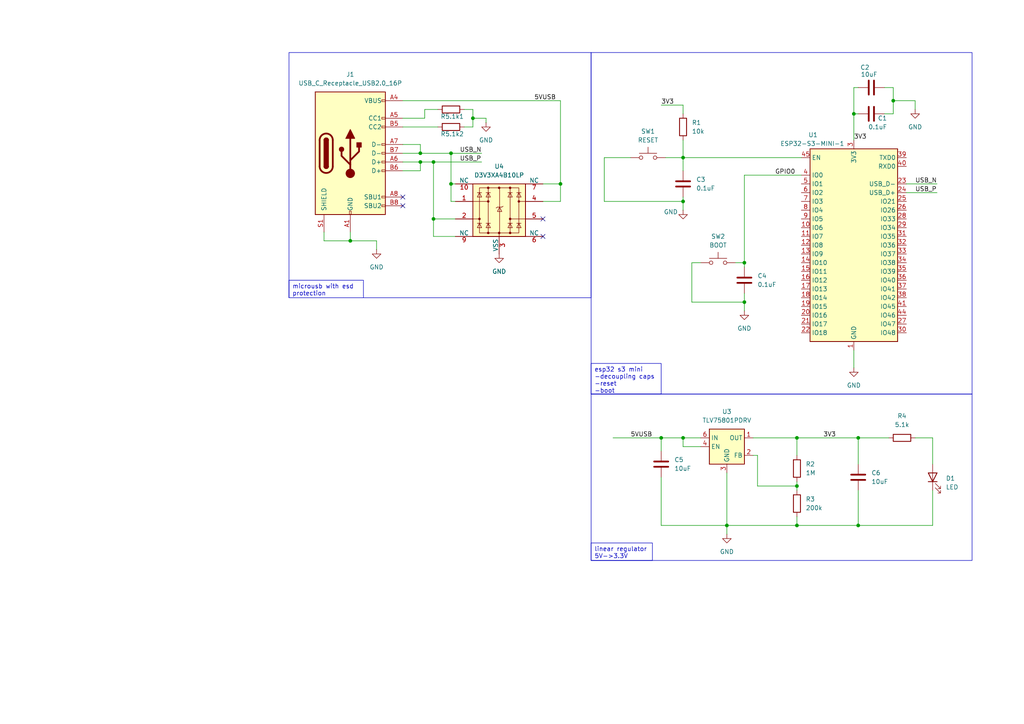
<source format=kicad_sch>
(kicad_sch
	(version 20231120)
	(generator "eeschema")
	(generator_version "8.0")
	(uuid "c650324b-6d82-405f-b7ab-bff98c309354")
	(paper "A4")
	(lib_symbols
		(symbol "Connector:USB_C_Receptacle_USB2.0_16P"
			(pin_names
				(offset 1.016)
			)
			(exclude_from_sim no)
			(in_bom yes)
			(on_board yes)
			(property "Reference" "J"
				(at 0 22.225 0)
				(effects
					(font
						(size 1.27 1.27)
					)
				)
			)
			(property "Value" "USB_C_Receptacle_USB2.0_16P"
				(at 0 19.685 0)
				(effects
					(font
						(size 1.27 1.27)
					)
				)
			)
			(property "Footprint" ""
				(at 3.81 0 0)
				(effects
					(font
						(size 1.27 1.27)
					)
					(hide yes)
				)
			)
			(property "Datasheet" "https://www.usb.org/sites/default/files/documents/usb_type-c.zip"
				(at 3.81 0 0)
				(effects
					(font
						(size 1.27 1.27)
					)
					(hide yes)
				)
			)
			(property "Description" "USB 2.0-only 16P Type-C Receptacle connector"
				(at 0 0 0)
				(effects
					(font
						(size 1.27 1.27)
					)
					(hide yes)
				)
			)
			(property "ki_keywords" "usb universal serial bus type-C USB2.0"
				(at 0 0 0)
				(effects
					(font
						(size 1.27 1.27)
					)
					(hide yes)
				)
			)
			(property "ki_fp_filters" "USB*C*Receptacle*"
				(at 0 0 0)
				(effects
					(font
						(size 1.27 1.27)
					)
					(hide yes)
				)
			)
			(symbol "USB_C_Receptacle_USB2.0_16P_0_0"
				(rectangle
					(start -0.254 -17.78)
					(end 0.254 -16.764)
					(stroke
						(width 0)
						(type default)
					)
					(fill
						(type none)
					)
				)
				(rectangle
					(start 10.16 -14.986)
					(end 9.144 -15.494)
					(stroke
						(width 0)
						(type default)
					)
					(fill
						(type none)
					)
				)
				(rectangle
					(start 10.16 -12.446)
					(end 9.144 -12.954)
					(stroke
						(width 0)
						(type default)
					)
					(fill
						(type none)
					)
				)
				(rectangle
					(start 10.16 -4.826)
					(end 9.144 -5.334)
					(stroke
						(width 0)
						(type default)
					)
					(fill
						(type none)
					)
				)
				(rectangle
					(start 10.16 -2.286)
					(end 9.144 -2.794)
					(stroke
						(width 0)
						(type default)
					)
					(fill
						(type none)
					)
				)
				(rectangle
					(start 10.16 0.254)
					(end 9.144 -0.254)
					(stroke
						(width 0)
						(type default)
					)
					(fill
						(type none)
					)
				)
				(rectangle
					(start 10.16 2.794)
					(end 9.144 2.286)
					(stroke
						(width 0)
						(type default)
					)
					(fill
						(type none)
					)
				)
				(rectangle
					(start 10.16 7.874)
					(end 9.144 7.366)
					(stroke
						(width 0)
						(type default)
					)
					(fill
						(type none)
					)
				)
				(rectangle
					(start 10.16 10.414)
					(end 9.144 9.906)
					(stroke
						(width 0)
						(type default)
					)
					(fill
						(type none)
					)
				)
				(rectangle
					(start 10.16 15.494)
					(end 9.144 14.986)
					(stroke
						(width 0)
						(type default)
					)
					(fill
						(type none)
					)
				)
			)
			(symbol "USB_C_Receptacle_USB2.0_16P_0_1"
				(rectangle
					(start -10.16 17.78)
					(end 10.16 -17.78)
					(stroke
						(width 0.254)
						(type default)
					)
					(fill
						(type background)
					)
				)
				(arc
					(start -8.89 -3.81)
					(mid -6.985 -5.7067)
					(end -5.08 -3.81)
					(stroke
						(width 0.508)
						(type default)
					)
					(fill
						(type none)
					)
				)
				(arc
					(start -7.62 -3.81)
					(mid -6.985 -4.4423)
					(end -6.35 -3.81)
					(stroke
						(width 0.254)
						(type default)
					)
					(fill
						(type none)
					)
				)
				(arc
					(start -7.62 -3.81)
					(mid -6.985 -4.4423)
					(end -6.35 -3.81)
					(stroke
						(width 0.254)
						(type default)
					)
					(fill
						(type outline)
					)
				)
				(rectangle
					(start -7.62 -3.81)
					(end -6.35 3.81)
					(stroke
						(width 0.254)
						(type default)
					)
					(fill
						(type outline)
					)
				)
				(arc
					(start -6.35 3.81)
					(mid -6.985 4.4423)
					(end -7.62 3.81)
					(stroke
						(width 0.254)
						(type default)
					)
					(fill
						(type none)
					)
				)
				(arc
					(start -6.35 3.81)
					(mid -6.985 4.4423)
					(end -7.62 3.81)
					(stroke
						(width 0.254)
						(type default)
					)
					(fill
						(type outline)
					)
				)
				(arc
					(start -5.08 3.81)
					(mid -6.985 5.7067)
					(end -8.89 3.81)
					(stroke
						(width 0.508)
						(type default)
					)
					(fill
						(type none)
					)
				)
				(circle
					(center -2.54 1.143)
					(radius 0.635)
					(stroke
						(width 0.254)
						(type default)
					)
					(fill
						(type outline)
					)
				)
				(circle
					(center 0 -5.842)
					(radius 1.27)
					(stroke
						(width 0)
						(type default)
					)
					(fill
						(type outline)
					)
				)
				(polyline
					(pts
						(xy -8.89 -3.81) (xy -8.89 3.81)
					)
					(stroke
						(width 0.508)
						(type default)
					)
					(fill
						(type none)
					)
				)
				(polyline
					(pts
						(xy -5.08 3.81) (xy -5.08 -3.81)
					)
					(stroke
						(width 0.508)
						(type default)
					)
					(fill
						(type none)
					)
				)
				(polyline
					(pts
						(xy 0 -5.842) (xy 0 4.318)
					)
					(stroke
						(width 0.508)
						(type default)
					)
					(fill
						(type none)
					)
				)
				(polyline
					(pts
						(xy 0 -3.302) (xy -2.54 -0.762) (xy -2.54 0.508)
					)
					(stroke
						(width 0.508)
						(type default)
					)
					(fill
						(type none)
					)
				)
				(polyline
					(pts
						(xy 0 -2.032) (xy 2.54 0.508) (xy 2.54 1.778)
					)
					(stroke
						(width 0.508)
						(type default)
					)
					(fill
						(type none)
					)
				)
				(polyline
					(pts
						(xy -1.27 4.318) (xy 0 6.858) (xy 1.27 4.318) (xy -1.27 4.318)
					)
					(stroke
						(width 0.254)
						(type default)
					)
					(fill
						(type outline)
					)
				)
				(rectangle
					(start 1.905 1.778)
					(end 3.175 3.048)
					(stroke
						(width 0.254)
						(type default)
					)
					(fill
						(type outline)
					)
				)
			)
			(symbol "USB_C_Receptacle_USB2.0_16P_1_1"
				(pin passive line
					(at 0 -22.86 90)
					(length 5.08)
					(name "GND"
						(effects
							(font
								(size 1.27 1.27)
							)
						)
					)
					(number "A1"
						(effects
							(font
								(size 1.27 1.27)
							)
						)
					)
				)
				(pin passive line
					(at 0 -22.86 90)
					(length 5.08) hide
					(name "GND"
						(effects
							(font
								(size 1.27 1.27)
							)
						)
					)
					(number "A12"
						(effects
							(font
								(size 1.27 1.27)
							)
						)
					)
				)
				(pin passive line
					(at 15.24 15.24 180)
					(length 5.08)
					(name "VBUS"
						(effects
							(font
								(size 1.27 1.27)
							)
						)
					)
					(number "A4"
						(effects
							(font
								(size 1.27 1.27)
							)
						)
					)
				)
				(pin bidirectional line
					(at 15.24 10.16 180)
					(length 5.08)
					(name "CC1"
						(effects
							(font
								(size 1.27 1.27)
							)
						)
					)
					(number "A5"
						(effects
							(font
								(size 1.27 1.27)
							)
						)
					)
				)
				(pin bidirectional line
					(at 15.24 -2.54 180)
					(length 5.08)
					(name "D+"
						(effects
							(font
								(size 1.27 1.27)
							)
						)
					)
					(number "A6"
						(effects
							(font
								(size 1.27 1.27)
							)
						)
					)
				)
				(pin bidirectional line
					(at 15.24 2.54 180)
					(length 5.08)
					(name "D-"
						(effects
							(font
								(size 1.27 1.27)
							)
						)
					)
					(number "A7"
						(effects
							(font
								(size 1.27 1.27)
							)
						)
					)
				)
				(pin bidirectional line
					(at 15.24 -12.7 180)
					(length 5.08)
					(name "SBU1"
						(effects
							(font
								(size 1.27 1.27)
							)
						)
					)
					(number "A8"
						(effects
							(font
								(size 1.27 1.27)
							)
						)
					)
				)
				(pin passive line
					(at 15.24 15.24 180)
					(length 5.08) hide
					(name "VBUS"
						(effects
							(font
								(size 1.27 1.27)
							)
						)
					)
					(number "A9"
						(effects
							(font
								(size 1.27 1.27)
							)
						)
					)
				)
				(pin passive line
					(at 0 -22.86 90)
					(length 5.08) hide
					(name "GND"
						(effects
							(font
								(size 1.27 1.27)
							)
						)
					)
					(number "B1"
						(effects
							(font
								(size 1.27 1.27)
							)
						)
					)
				)
				(pin passive line
					(at 0 -22.86 90)
					(length 5.08) hide
					(name "GND"
						(effects
							(font
								(size 1.27 1.27)
							)
						)
					)
					(number "B12"
						(effects
							(font
								(size 1.27 1.27)
							)
						)
					)
				)
				(pin passive line
					(at 15.24 15.24 180)
					(length 5.08) hide
					(name "VBUS"
						(effects
							(font
								(size 1.27 1.27)
							)
						)
					)
					(number "B4"
						(effects
							(font
								(size 1.27 1.27)
							)
						)
					)
				)
				(pin bidirectional line
					(at 15.24 7.62 180)
					(length 5.08)
					(name "CC2"
						(effects
							(font
								(size 1.27 1.27)
							)
						)
					)
					(number "B5"
						(effects
							(font
								(size 1.27 1.27)
							)
						)
					)
				)
				(pin bidirectional line
					(at 15.24 -5.08 180)
					(length 5.08)
					(name "D+"
						(effects
							(font
								(size 1.27 1.27)
							)
						)
					)
					(number "B6"
						(effects
							(font
								(size 1.27 1.27)
							)
						)
					)
				)
				(pin bidirectional line
					(at 15.24 0 180)
					(length 5.08)
					(name "D-"
						(effects
							(font
								(size 1.27 1.27)
							)
						)
					)
					(number "B7"
						(effects
							(font
								(size 1.27 1.27)
							)
						)
					)
				)
				(pin bidirectional line
					(at 15.24 -15.24 180)
					(length 5.08)
					(name "SBU2"
						(effects
							(font
								(size 1.27 1.27)
							)
						)
					)
					(number "B8"
						(effects
							(font
								(size 1.27 1.27)
							)
						)
					)
				)
				(pin passive line
					(at 15.24 15.24 180)
					(length 5.08) hide
					(name "VBUS"
						(effects
							(font
								(size 1.27 1.27)
							)
						)
					)
					(number "B9"
						(effects
							(font
								(size 1.27 1.27)
							)
						)
					)
				)
				(pin passive line
					(at -7.62 -22.86 90)
					(length 5.08)
					(name "SHIELD"
						(effects
							(font
								(size 1.27 1.27)
							)
						)
					)
					(number "S1"
						(effects
							(font
								(size 1.27 1.27)
							)
						)
					)
				)
			)
		)
		(symbol "Device:C"
			(pin_numbers hide)
			(pin_names
				(offset 0.254)
			)
			(exclude_from_sim no)
			(in_bom yes)
			(on_board yes)
			(property "Reference" "C"
				(at 0.635 2.54 0)
				(effects
					(font
						(size 1.27 1.27)
					)
					(justify left)
				)
			)
			(property "Value" "C"
				(at 0.635 -2.54 0)
				(effects
					(font
						(size 1.27 1.27)
					)
					(justify left)
				)
			)
			(property "Footprint" ""
				(at 0.9652 -3.81 0)
				(effects
					(font
						(size 1.27 1.27)
					)
					(hide yes)
				)
			)
			(property "Datasheet" "~"
				(at 0 0 0)
				(effects
					(font
						(size 1.27 1.27)
					)
					(hide yes)
				)
			)
			(property "Description" "Unpolarized capacitor"
				(at 0 0 0)
				(effects
					(font
						(size 1.27 1.27)
					)
					(hide yes)
				)
			)
			(property "ki_keywords" "cap capacitor"
				(at 0 0 0)
				(effects
					(font
						(size 1.27 1.27)
					)
					(hide yes)
				)
			)
			(property "ki_fp_filters" "C_*"
				(at 0 0 0)
				(effects
					(font
						(size 1.27 1.27)
					)
					(hide yes)
				)
			)
			(symbol "C_0_1"
				(polyline
					(pts
						(xy -2.032 -0.762) (xy 2.032 -0.762)
					)
					(stroke
						(width 0.508)
						(type default)
					)
					(fill
						(type none)
					)
				)
				(polyline
					(pts
						(xy -2.032 0.762) (xy 2.032 0.762)
					)
					(stroke
						(width 0.508)
						(type default)
					)
					(fill
						(type none)
					)
				)
			)
			(symbol "C_1_1"
				(pin passive line
					(at 0 3.81 270)
					(length 2.794)
					(name "~"
						(effects
							(font
								(size 1.27 1.27)
							)
						)
					)
					(number "1"
						(effects
							(font
								(size 1.27 1.27)
							)
						)
					)
				)
				(pin passive line
					(at 0 -3.81 90)
					(length 2.794)
					(name "~"
						(effects
							(font
								(size 1.27 1.27)
							)
						)
					)
					(number "2"
						(effects
							(font
								(size 1.27 1.27)
							)
						)
					)
				)
			)
		)
		(symbol "Device:LED"
			(pin_numbers hide)
			(pin_names
				(offset 1.016) hide)
			(exclude_from_sim no)
			(in_bom yes)
			(on_board yes)
			(property "Reference" "D"
				(at 0 2.54 0)
				(effects
					(font
						(size 1.27 1.27)
					)
				)
			)
			(property "Value" "LED"
				(at 0 -2.54 0)
				(effects
					(font
						(size 1.27 1.27)
					)
				)
			)
			(property "Footprint" ""
				(at 0 0 0)
				(effects
					(font
						(size 1.27 1.27)
					)
					(hide yes)
				)
			)
			(property "Datasheet" "~"
				(at 0 0 0)
				(effects
					(font
						(size 1.27 1.27)
					)
					(hide yes)
				)
			)
			(property "Description" "Light emitting diode"
				(at 0 0 0)
				(effects
					(font
						(size 1.27 1.27)
					)
					(hide yes)
				)
			)
			(property "ki_keywords" "LED diode"
				(at 0 0 0)
				(effects
					(font
						(size 1.27 1.27)
					)
					(hide yes)
				)
			)
			(property "ki_fp_filters" "LED* LED_SMD:* LED_THT:*"
				(at 0 0 0)
				(effects
					(font
						(size 1.27 1.27)
					)
					(hide yes)
				)
			)
			(symbol "LED_0_1"
				(polyline
					(pts
						(xy -1.27 -1.27) (xy -1.27 1.27)
					)
					(stroke
						(width 0.254)
						(type default)
					)
					(fill
						(type none)
					)
				)
				(polyline
					(pts
						(xy -1.27 0) (xy 1.27 0)
					)
					(stroke
						(width 0)
						(type default)
					)
					(fill
						(type none)
					)
				)
				(polyline
					(pts
						(xy 1.27 -1.27) (xy 1.27 1.27) (xy -1.27 0) (xy 1.27 -1.27)
					)
					(stroke
						(width 0.254)
						(type default)
					)
					(fill
						(type none)
					)
				)
				(polyline
					(pts
						(xy -3.048 -0.762) (xy -4.572 -2.286) (xy -3.81 -2.286) (xy -4.572 -2.286) (xy -4.572 -1.524)
					)
					(stroke
						(width 0)
						(type default)
					)
					(fill
						(type none)
					)
				)
				(polyline
					(pts
						(xy -1.778 -0.762) (xy -3.302 -2.286) (xy -2.54 -2.286) (xy -3.302 -2.286) (xy -3.302 -1.524)
					)
					(stroke
						(width 0)
						(type default)
					)
					(fill
						(type none)
					)
				)
			)
			(symbol "LED_1_1"
				(pin passive line
					(at -3.81 0 0)
					(length 2.54)
					(name "K"
						(effects
							(font
								(size 1.27 1.27)
							)
						)
					)
					(number "1"
						(effects
							(font
								(size 1.27 1.27)
							)
						)
					)
				)
				(pin passive line
					(at 3.81 0 180)
					(length 2.54)
					(name "A"
						(effects
							(font
								(size 1.27 1.27)
							)
						)
					)
					(number "2"
						(effects
							(font
								(size 1.27 1.27)
							)
						)
					)
				)
			)
		)
		(symbol "Device:R"
			(pin_numbers hide)
			(pin_names
				(offset 0)
			)
			(exclude_from_sim no)
			(in_bom yes)
			(on_board yes)
			(property "Reference" "R"
				(at 2.032 0 90)
				(effects
					(font
						(size 1.27 1.27)
					)
				)
			)
			(property "Value" "R"
				(at 0 0 90)
				(effects
					(font
						(size 1.27 1.27)
					)
				)
			)
			(property "Footprint" ""
				(at -1.778 0 90)
				(effects
					(font
						(size 1.27 1.27)
					)
					(hide yes)
				)
			)
			(property "Datasheet" "~"
				(at 0 0 0)
				(effects
					(font
						(size 1.27 1.27)
					)
					(hide yes)
				)
			)
			(property "Description" "Resistor"
				(at 0 0 0)
				(effects
					(font
						(size 1.27 1.27)
					)
					(hide yes)
				)
			)
			(property "ki_keywords" "R res resistor"
				(at 0 0 0)
				(effects
					(font
						(size 1.27 1.27)
					)
					(hide yes)
				)
			)
			(property "ki_fp_filters" "R_*"
				(at 0 0 0)
				(effects
					(font
						(size 1.27 1.27)
					)
					(hide yes)
				)
			)
			(symbol "R_0_1"
				(rectangle
					(start -1.016 -2.54)
					(end 1.016 2.54)
					(stroke
						(width 0.254)
						(type default)
					)
					(fill
						(type none)
					)
				)
			)
			(symbol "R_1_1"
				(pin passive line
					(at 0 3.81 270)
					(length 1.27)
					(name "~"
						(effects
							(font
								(size 1.27 1.27)
							)
						)
					)
					(number "1"
						(effects
							(font
								(size 1.27 1.27)
							)
						)
					)
				)
				(pin passive line
					(at 0 -3.81 90)
					(length 1.27)
					(name "~"
						(effects
							(font
								(size 1.27 1.27)
							)
						)
					)
					(number "2"
						(effects
							(font
								(size 1.27 1.27)
							)
						)
					)
				)
			)
		)
		(symbol "Power_Protection:D3V3XA4B10LP"
			(pin_names
				(offset 0)
			)
			(exclude_from_sim no)
			(in_bom yes)
			(on_board yes)
			(property "Reference" "U"
				(at -0.635 8.89 0)
				(effects
					(font
						(size 1.27 1.27)
					)
				)
			)
			(property "Value" "D3V3XA4B10LP"
				(at 8.89 -10.16 0)
				(effects
					(font
						(size 1.27 1.27)
					)
				)
			)
			(property "Footprint" "Package_DFN_QFN:Diodes_UDFN-10_1.0x2.5mm_P0.5mm"
				(at -24.13 -10.16 0)
				(effects
					(font
						(size 1.27 1.27)
					)
					(hide yes)
				)
			)
			(property "Datasheet" "https://www.diodes.com/assets/Datasheets/D3V3XA4B10LP.pdf"
				(at 0 0 0)
				(effects
					(font
						(size 1.27 1.27)
					)
					(hide yes)
				)
			)
			(property "Description" "4-Channel Low Capacitance TVS Diode Array, DFN-10"
				(at 0 0 0)
				(effects
					(font
						(size 1.27 1.27)
					)
					(hide yes)
				)
			)
			(property "ki_keywords" "ESD protection TVS"
				(at 0 0 0)
				(effects
					(font
						(size 1.27 1.27)
					)
					(hide yes)
				)
			)
			(property "ki_fp_filters" "Diodes*UDFN*1.0x2.5mm*P0.5mm*"
				(at 0 0 0)
				(effects
					(font
						(size 1.27 1.27)
					)
					(hide yes)
				)
			)
			(symbol "D3V3XA4B10LP_0_0"
				(rectangle
					(start -5.715 6.477)
					(end 5.715 -6.604)
					(stroke
						(width 0)
						(type default)
					)
					(fill
						(type none)
					)
				)
				(polyline
					(pts
						(xy -3.175 -6.604) (xy -3.175 6.477)
					)
					(stroke
						(width 0)
						(type default)
					)
					(fill
						(type none)
					)
				)
				(polyline
					(pts
						(xy 0.127 6.477) (xy 0.127 -6.604)
					)
					(stroke
						(width 0)
						(type default)
					)
					(fill
						(type none)
					)
				)
				(polyline
					(pts
						(xy 3.175 6.477) (xy 3.175 -6.604)
					)
					(stroke
						(width 0)
						(type default)
					)
					(fill
						(type none)
					)
				)
			)
			(symbol "D3V3XA4B10LP_0_1"
				(rectangle
					(start -7.62 7.62)
					(end 7.62 -7.62)
					(stroke
						(width 0.254)
						(type default)
					)
					(fill
						(type background)
					)
				)
				(circle
					(center -5.715 -2.54)
					(radius 0.2794)
					(stroke
						(width 0)
						(type default)
					)
					(fill
						(type outline)
					)
				)
				(circle
					(center -3.175 -6.604)
					(radius 0.2794)
					(stroke
						(width 0)
						(type default)
					)
					(fill
						(type outline)
					)
				)
				(circle
					(center -3.175 2.54)
					(radius 0.2794)
					(stroke
						(width 0)
						(type default)
					)
					(fill
						(type outline)
					)
				)
				(circle
					(center -3.175 6.477)
					(radius 0.2794)
					(stroke
						(width 0)
						(type default)
					)
					(fill
						(type outline)
					)
				)
				(circle
					(center 0 -6.604)
					(radius 0.2794)
					(stroke
						(width 0)
						(type default)
					)
					(fill
						(type outline)
					)
				)
				(polyline
					(pts
						(xy -7.747 2.54) (xy -3.175 2.54)
					)
					(stroke
						(width 0)
						(type default)
					)
					(fill
						(type none)
					)
				)
				(polyline
					(pts
						(xy -7.62 -2.54) (xy -5.715 -2.54)
					)
					(stroke
						(width 0)
						(type default)
					)
					(fill
						(type none)
					)
				)
				(polyline
					(pts
						(xy -5.08 -3.81) (xy -6.35 -3.81)
					)
					(stroke
						(width 0)
						(type default)
					)
					(fill
						(type none)
					)
				)
				(polyline
					(pts
						(xy -5.08 5.08) (xy -6.35 5.08)
					)
					(stroke
						(width 0)
						(type default)
					)
					(fill
						(type none)
					)
				)
				(polyline
					(pts
						(xy -2.54 -3.81) (xy -3.81 -3.81)
					)
					(stroke
						(width 0)
						(type default)
					)
					(fill
						(type none)
					)
				)
				(polyline
					(pts
						(xy -2.54 5.08) (xy -3.81 5.08)
					)
					(stroke
						(width 0)
						(type default)
					)
					(fill
						(type none)
					)
				)
				(polyline
					(pts
						(xy -0.508 0.889) (xy -0.889 0.635)
					)
					(stroke
						(width 0)
						(type default)
					)
					(fill
						(type none)
					)
				)
				(polyline
					(pts
						(xy 0 -6.604) (xy 0 -7.62)
					)
					(stroke
						(width 0)
						(type default)
					)
					(fill
						(type none)
					)
				)
				(polyline
					(pts
						(xy 0.762 0.889) (xy -0.508 0.889)
					)
					(stroke
						(width 0)
						(type default)
					)
					(fill
						(type none)
					)
				)
				(polyline
					(pts
						(xy 0.762 0.889) (xy 1.143 1.143)
					)
					(stroke
						(width 0)
						(type default)
					)
					(fill
						(type none)
					)
				)
				(polyline
					(pts
						(xy 3.81 -3.81) (xy 2.54 -3.81)
					)
					(stroke
						(width 0)
						(type default)
					)
					(fill
						(type none)
					)
				)
				(polyline
					(pts
						(xy 3.81 5.08) (xy 2.54 5.08)
					)
					(stroke
						(width 0)
						(type default)
					)
					(fill
						(type none)
					)
				)
				(polyline
					(pts
						(xy 6.35 -3.81) (xy 5.08 -3.81)
					)
					(stroke
						(width 0)
						(type default)
					)
					(fill
						(type none)
					)
				)
				(polyline
					(pts
						(xy 6.35 5.08) (xy 5.08 5.08)
					)
					(stroke
						(width 0)
						(type default)
					)
					(fill
						(type none)
					)
				)
				(polyline
					(pts
						(xy 7.62 -2.54) (xy 3.175 -2.54)
					)
					(stroke
						(width 0)
						(type default)
					)
					(fill
						(type none)
					)
				)
				(polyline
					(pts
						(xy 7.62 2.54) (xy 5.715 2.54)
					)
					(stroke
						(width 0)
						(type default)
					)
					(fill
						(type none)
					)
				)
				(polyline
					(pts
						(xy -5.08 -5.08) (xy -6.35 -5.08) (xy -5.715 -3.81) (xy -5.08 -5.08)
					)
					(stroke
						(width 0)
						(type default)
					)
					(fill
						(type none)
					)
				)
				(polyline
					(pts
						(xy -5.08 3.81) (xy -6.35 3.81) (xy -5.715 5.08) (xy -5.08 3.81)
					)
					(stroke
						(width 0)
						(type default)
					)
					(fill
						(type none)
					)
				)
				(polyline
					(pts
						(xy -2.54 -5.08) (xy -3.81 -5.08) (xy -3.175 -3.81) (xy -2.54 -5.08)
					)
					(stroke
						(width 0)
						(type default)
					)
					(fill
						(type none)
					)
				)
				(polyline
					(pts
						(xy -2.54 3.81) (xy -3.81 3.81) (xy -3.175 5.08) (xy -2.54 3.81)
					)
					(stroke
						(width 0)
						(type default)
					)
					(fill
						(type none)
					)
				)
				(polyline
					(pts
						(xy 0.762 -0.381) (xy -0.508 -0.381) (xy 0.127 0.889) (xy 0.762 -0.381)
					)
					(stroke
						(width 0)
						(type default)
					)
					(fill
						(type none)
					)
				)
				(polyline
					(pts
						(xy 3.81 -5.08) (xy 2.54 -5.08) (xy 3.175 -3.81) (xy 3.81 -5.08)
					)
					(stroke
						(width 0)
						(type default)
					)
					(fill
						(type none)
					)
				)
				(polyline
					(pts
						(xy 3.81 3.81) (xy 2.54 3.81) (xy 3.175 5.08) (xy 3.81 3.81)
					)
					(stroke
						(width 0)
						(type default)
					)
					(fill
						(type none)
					)
				)
				(polyline
					(pts
						(xy 6.35 -5.08) (xy 5.08 -5.08) (xy 5.715 -3.81) (xy 6.35 -5.08)
					)
					(stroke
						(width 0)
						(type default)
					)
					(fill
						(type none)
					)
				)
				(polyline
					(pts
						(xy 6.35 3.81) (xy 5.08 3.81) (xy 5.715 5.08) (xy 6.35 3.81)
					)
					(stroke
						(width 0)
						(type default)
					)
					(fill
						(type none)
					)
				)
				(circle
					(center 0 6.477)
					(radius 0.2794)
					(stroke
						(width 0)
						(type default)
					)
					(fill
						(type outline)
					)
				)
				(circle
					(center 3.175 -6.604)
					(radius 0.2794)
					(stroke
						(width 0)
						(type default)
					)
					(fill
						(type outline)
					)
				)
				(circle
					(center 3.175 -2.54)
					(radius 0.2794)
					(stroke
						(width 0)
						(type default)
					)
					(fill
						(type outline)
					)
				)
				(circle
					(center 3.175 6.477)
					(radius 0.2794)
					(stroke
						(width 0)
						(type default)
					)
					(fill
						(type outline)
					)
				)
				(circle
					(center 5.715 2.54)
					(radius 0.2794)
					(stroke
						(width 0)
						(type default)
					)
					(fill
						(type outline)
					)
				)
			)
			(symbol "D3V3XA4B10LP_1_1"
				(pin passive line
					(at -12.7 2.54 0)
					(length 5.08)
					(name "~"
						(effects
							(font
								(size 1.27 1.27)
							)
						)
					)
					(number "1"
						(effects
							(font
								(size 1.27 1.27)
							)
						)
					)
				)
				(pin free line
					(at -12.7 7.62 0)
					(length 5.08)
					(name "NC"
						(effects
							(font
								(size 1.27 1.27)
							)
						)
					)
					(number "10"
						(effects
							(font
								(size 1.27 1.27)
							)
						)
					)
				)
				(pin passive line
					(at -12.7 -2.54 0)
					(length 5.08)
					(name "~"
						(effects
							(font
								(size 1.27 1.27)
							)
						)
					)
					(number "2"
						(effects
							(font
								(size 1.27 1.27)
							)
						)
					)
				)
				(pin power_in line
					(at 0 -12.7 90)
					(length 5.08)
					(name "VSS"
						(effects
							(font
								(size 1.27 1.27)
							)
						)
					)
					(number "3"
						(effects
							(font
								(size 1.27 1.27)
							)
						)
					)
				)
				(pin passive line
					(at 12.7 2.54 180)
					(length 5.08)
					(name "~"
						(effects
							(font
								(size 1.27 1.27)
							)
						)
					)
					(number "4"
						(effects
							(font
								(size 1.27 1.27)
							)
						)
					)
				)
				(pin passive line
					(at 12.7 -2.54 180)
					(length 5.08)
					(name "~"
						(effects
							(font
								(size 1.27 1.27)
							)
						)
					)
					(number "5"
						(effects
							(font
								(size 1.27 1.27)
							)
						)
					)
				)
				(pin free line
					(at 12.7 -7.62 180)
					(length 5.08)
					(name "NC"
						(effects
							(font
								(size 1.27 1.27)
							)
						)
					)
					(number "6"
						(effects
							(font
								(size 1.27 1.27)
							)
						)
					)
				)
				(pin free line
					(at 12.7 7.62 180)
					(length 5.08)
					(name "NC"
						(effects
							(font
								(size 1.27 1.27)
							)
						)
					)
					(number "7"
						(effects
							(font
								(size 1.27 1.27)
							)
						)
					)
				)
				(pin passive line
					(at 0 -12.7 90)
					(length 5.08) hide
					(name "VSS"
						(effects
							(font
								(size 1.27 1.27)
							)
						)
					)
					(number "8"
						(effects
							(font
								(size 1.27 1.27)
							)
						)
					)
				)
				(pin free line
					(at -12.7 -7.62 0)
					(length 5.08)
					(name "NC"
						(effects
							(font
								(size 1.27 1.27)
							)
						)
					)
					(number "9"
						(effects
							(font
								(size 1.27 1.27)
							)
						)
					)
				)
			)
		)
		(symbol "RF_Module:ESP32-S3-MINI-1"
			(exclude_from_sim no)
			(in_bom yes)
			(on_board yes)
			(property "Reference" "U"
				(at -11.43 29.21 0)
				(effects
					(font
						(size 1.27 1.27)
					)
				)
			)
			(property "Value" "ESP32-S3-MINI-1"
				(at 12.7 29.21 0)
				(effects
					(font
						(size 1.27 1.27)
					)
				)
			)
			(property "Footprint" "RF_Module:ESP32-S2-MINI-1"
				(at 15.24 -29.21 0)
				(effects
					(font
						(size 1.27 1.27)
					)
					(hide yes)
				)
			)
			(property "Datasheet" "https://www.espressif.com/sites/default/files/documentation/esp32-s3-mini-1_mini-1u_datasheet_en.pdf"
				(at 0 40.64 0)
				(effects
					(font
						(size 1.27 1.27)
					)
					(hide yes)
				)
			)
			(property "Description" "RF Module, ESP32-S3 SoC, Wi-Fi 802.11b/g/n, Bluetooth, BLE, 32-bit, 3.3V, SMD, onboard antenna"
				(at 0 43.18 0)
				(effects
					(font
						(size 1.27 1.27)
					)
					(hide yes)
				)
			)
			(property "ki_keywords" "RF Radio BT ESP ESP32-S3 Espressif"
				(at 0 0 0)
				(effects
					(font
						(size 1.27 1.27)
					)
					(hide yes)
				)
			)
			(property "ki_fp_filters" "ESP32?S*MINI?1"
				(at 0 0 0)
				(effects
					(font
						(size 1.27 1.27)
					)
					(hide yes)
				)
			)
			(symbol "ESP32-S3-MINI-1_0_1"
				(rectangle
					(start -12.7 27.94)
					(end 12.7 -27.94)
					(stroke
						(width 0.254)
						(type default)
					)
					(fill
						(type background)
					)
				)
			)
			(symbol "ESP32-S3-MINI-1_1_1"
				(pin power_in line
					(at 0 -30.48 90)
					(length 2.54)
					(name "GND"
						(effects
							(font
								(size 1.27 1.27)
							)
						)
					)
					(number "1"
						(effects
							(font
								(size 1.27 1.27)
							)
						)
					)
				)
				(pin bidirectional line
					(at -15.24 5.08 0)
					(length 2.54)
					(name "IO6"
						(effects
							(font
								(size 1.27 1.27)
							)
						)
					)
					(number "10"
						(effects
							(font
								(size 1.27 1.27)
							)
						)
					)
				)
				(pin bidirectional line
					(at -15.24 2.54 0)
					(length 2.54)
					(name "IO7"
						(effects
							(font
								(size 1.27 1.27)
							)
						)
					)
					(number "11"
						(effects
							(font
								(size 1.27 1.27)
							)
						)
					)
				)
				(pin bidirectional line
					(at -15.24 0 0)
					(length 2.54)
					(name "IO8"
						(effects
							(font
								(size 1.27 1.27)
							)
						)
					)
					(number "12"
						(effects
							(font
								(size 1.27 1.27)
							)
						)
					)
				)
				(pin bidirectional line
					(at -15.24 -2.54 0)
					(length 2.54)
					(name "IO9"
						(effects
							(font
								(size 1.27 1.27)
							)
						)
					)
					(number "13"
						(effects
							(font
								(size 1.27 1.27)
							)
						)
					)
				)
				(pin bidirectional line
					(at -15.24 -5.08 0)
					(length 2.54)
					(name "IO10"
						(effects
							(font
								(size 1.27 1.27)
							)
						)
					)
					(number "14"
						(effects
							(font
								(size 1.27 1.27)
							)
						)
					)
				)
				(pin bidirectional line
					(at -15.24 -7.62 0)
					(length 2.54)
					(name "IO11"
						(effects
							(font
								(size 1.27 1.27)
							)
						)
					)
					(number "15"
						(effects
							(font
								(size 1.27 1.27)
							)
						)
					)
				)
				(pin bidirectional line
					(at -15.24 -10.16 0)
					(length 2.54)
					(name "IO12"
						(effects
							(font
								(size 1.27 1.27)
							)
						)
					)
					(number "16"
						(effects
							(font
								(size 1.27 1.27)
							)
						)
					)
				)
				(pin bidirectional line
					(at -15.24 -12.7 0)
					(length 2.54)
					(name "IO13"
						(effects
							(font
								(size 1.27 1.27)
							)
						)
					)
					(number "17"
						(effects
							(font
								(size 1.27 1.27)
							)
						)
					)
				)
				(pin bidirectional line
					(at -15.24 -15.24 0)
					(length 2.54)
					(name "IO14"
						(effects
							(font
								(size 1.27 1.27)
							)
						)
					)
					(number "18"
						(effects
							(font
								(size 1.27 1.27)
							)
						)
					)
				)
				(pin bidirectional line
					(at -15.24 -17.78 0)
					(length 2.54)
					(name "IO15"
						(effects
							(font
								(size 1.27 1.27)
							)
						)
					)
					(number "19"
						(effects
							(font
								(size 1.27 1.27)
							)
						)
					)
				)
				(pin passive line
					(at 0 -30.48 90)
					(length 2.54) hide
					(name "GND"
						(effects
							(font
								(size 1.27 1.27)
							)
						)
					)
					(number "2"
						(effects
							(font
								(size 1.27 1.27)
							)
						)
					)
				)
				(pin bidirectional line
					(at -15.24 -20.32 0)
					(length 2.54)
					(name "IO16"
						(effects
							(font
								(size 1.27 1.27)
							)
						)
					)
					(number "20"
						(effects
							(font
								(size 1.27 1.27)
							)
						)
					)
				)
				(pin bidirectional line
					(at -15.24 -22.86 0)
					(length 2.54)
					(name "IO17"
						(effects
							(font
								(size 1.27 1.27)
							)
						)
					)
					(number "21"
						(effects
							(font
								(size 1.27 1.27)
							)
						)
					)
				)
				(pin bidirectional line
					(at -15.24 -25.4 0)
					(length 2.54)
					(name "IO18"
						(effects
							(font
								(size 1.27 1.27)
							)
						)
					)
					(number "22"
						(effects
							(font
								(size 1.27 1.27)
							)
						)
					)
				)
				(pin bidirectional line
					(at 15.24 17.78 180)
					(length 2.54)
					(name "USB_D-"
						(effects
							(font
								(size 1.27 1.27)
							)
						)
					)
					(number "23"
						(effects
							(font
								(size 1.27 1.27)
							)
						)
					)
					(alternate "IO19" bidirectional line)
				)
				(pin bidirectional line
					(at 15.24 15.24 180)
					(length 2.54)
					(name "USB_D+"
						(effects
							(font
								(size 1.27 1.27)
							)
						)
					)
					(number "24"
						(effects
							(font
								(size 1.27 1.27)
							)
						)
					)
					(alternate "IO20" bidirectional line)
				)
				(pin bidirectional line
					(at 15.24 12.7 180)
					(length 2.54)
					(name "IO21"
						(effects
							(font
								(size 1.27 1.27)
							)
						)
					)
					(number "25"
						(effects
							(font
								(size 1.27 1.27)
							)
						)
					)
				)
				(pin bidirectional line
					(at 15.24 10.16 180)
					(length 2.54)
					(name "IO26"
						(effects
							(font
								(size 1.27 1.27)
							)
						)
					)
					(number "26"
						(effects
							(font
								(size 1.27 1.27)
							)
						)
					)
				)
				(pin bidirectional line
					(at 15.24 -22.86 180)
					(length 2.54)
					(name "IO47"
						(effects
							(font
								(size 1.27 1.27)
							)
						)
					)
					(number "27"
						(effects
							(font
								(size 1.27 1.27)
							)
						)
					)
				)
				(pin bidirectional line
					(at 15.24 7.62 180)
					(length 2.54)
					(name "IO33"
						(effects
							(font
								(size 1.27 1.27)
							)
						)
					)
					(number "28"
						(effects
							(font
								(size 1.27 1.27)
							)
						)
					)
				)
				(pin bidirectional line
					(at 15.24 5.08 180)
					(length 2.54)
					(name "IO34"
						(effects
							(font
								(size 1.27 1.27)
							)
						)
					)
					(number "29"
						(effects
							(font
								(size 1.27 1.27)
							)
						)
					)
				)
				(pin power_in line
					(at 0 30.48 270)
					(length 2.54)
					(name "3V3"
						(effects
							(font
								(size 1.27 1.27)
							)
						)
					)
					(number "3"
						(effects
							(font
								(size 1.27 1.27)
							)
						)
					)
				)
				(pin bidirectional line
					(at 15.24 -25.4 180)
					(length 2.54)
					(name "IO48"
						(effects
							(font
								(size 1.27 1.27)
							)
						)
					)
					(number "30"
						(effects
							(font
								(size 1.27 1.27)
							)
						)
					)
				)
				(pin bidirectional line
					(at 15.24 2.54 180)
					(length 2.54)
					(name "IO35"
						(effects
							(font
								(size 1.27 1.27)
							)
						)
					)
					(number "31"
						(effects
							(font
								(size 1.27 1.27)
							)
						)
					)
				)
				(pin bidirectional line
					(at 15.24 0 180)
					(length 2.54)
					(name "IO36"
						(effects
							(font
								(size 1.27 1.27)
							)
						)
					)
					(number "32"
						(effects
							(font
								(size 1.27 1.27)
							)
						)
					)
				)
				(pin bidirectional line
					(at 15.24 -2.54 180)
					(length 2.54)
					(name "IO37"
						(effects
							(font
								(size 1.27 1.27)
							)
						)
					)
					(number "33"
						(effects
							(font
								(size 1.27 1.27)
							)
						)
					)
				)
				(pin bidirectional line
					(at 15.24 -5.08 180)
					(length 2.54)
					(name "IO38"
						(effects
							(font
								(size 1.27 1.27)
							)
						)
					)
					(number "34"
						(effects
							(font
								(size 1.27 1.27)
							)
						)
					)
				)
				(pin bidirectional line
					(at 15.24 -7.62 180)
					(length 2.54)
					(name "IO39"
						(effects
							(font
								(size 1.27 1.27)
							)
						)
					)
					(number "35"
						(effects
							(font
								(size 1.27 1.27)
							)
						)
					)
				)
				(pin bidirectional line
					(at 15.24 -10.16 180)
					(length 2.54)
					(name "IO40"
						(effects
							(font
								(size 1.27 1.27)
							)
						)
					)
					(number "36"
						(effects
							(font
								(size 1.27 1.27)
							)
						)
					)
				)
				(pin bidirectional line
					(at 15.24 -12.7 180)
					(length 2.54)
					(name "IO41"
						(effects
							(font
								(size 1.27 1.27)
							)
						)
					)
					(number "37"
						(effects
							(font
								(size 1.27 1.27)
							)
						)
					)
				)
				(pin bidirectional line
					(at 15.24 -15.24 180)
					(length 2.54)
					(name "IO42"
						(effects
							(font
								(size 1.27 1.27)
							)
						)
					)
					(number "38"
						(effects
							(font
								(size 1.27 1.27)
							)
						)
					)
				)
				(pin bidirectional line
					(at 15.24 25.4 180)
					(length 2.54)
					(name "TXD0"
						(effects
							(font
								(size 1.27 1.27)
							)
						)
					)
					(number "39"
						(effects
							(font
								(size 1.27 1.27)
							)
						)
					)
				)
				(pin bidirectional line
					(at -15.24 20.32 0)
					(length 2.54)
					(name "IO0"
						(effects
							(font
								(size 1.27 1.27)
							)
						)
					)
					(number "4"
						(effects
							(font
								(size 1.27 1.27)
							)
						)
					)
				)
				(pin bidirectional line
					(at 15.24 22.86 180)
					(length 2.54)
					(name "RXD0"
						(effects
							(font
								(size 1.27 1.27)
							)
						)
					)
					(number "40"
						(effects
							(font
								(size 1.27 1.27)
							)
						)
					)
				)
				(pin bidirectional line
					(at 15.24 -17.78 180)
					(length 2.54)
					(name "IO45"
						(effects
							(font
								(size 1.27 1.27)
							)
						)
					)
					(number "41"
						(effects
							(font
								(size 1.27 1.27)
							)
						)
					)
				)
				(pin passive line
					(at 0 -30.48 90)
					(length 2.54) hide
					(name "GND"
						(effects
							(font
								(size 1.27 1.27)
							)
						)
					)
					(number "42"
						(effects
							(font
								(size 1.27 1.27)
							)
						)
					)
				)
				(pin passive line
					(at 0 -30.48 90)
					(length 2.54) hide
					(name "GND"
						(effects
							(font
								(size 1.27 1.27)
							)
						)
					)
					(number "43"
						(effects
							(font
								(size 1.27 1.27)
							)
						)
					)
				)
				(pin bidirectional line
					(at 15.24 -20.32 180)
					(length 2.54)
					(name "IO46"
						(effects
							(font
								(size 1.27 1.27)
							)
						)
					)
					(number "44"
						(effects
							(font
								(size 1.27 1.27)
							)
						)
					)
				)
				(pin input line
					(at -15.24 25.4 0)
					(length 2.54)
					(name "EN"
						(effects
							(font
								(size 1.27 1.27)
							)
						)
					)
					(number "45"
						(effects
							(font
								(size 1.27 1.27)
							)
						)
					)
				)
				(pin passive line
					(at 0 -30.48 90)
					(length 2.54) hide
					(name "GND"
						(effects
							(font
								(size 1.27 1.27)
							)
						)
					)
					(number "46"
						(effects
							(font
								(size 1.27 1.27)
							)
						)
					)
				)
				(pin passive line
					(at 0 -30.48 90)
					(length 2.54) hide
					(name "GND"
						(effects
							(font
								(size 1.27 1.27)
							)
						)
					)
					(number "47"
						(effects
							(font
								(size 1.27 1.27)
							)
						)
					)
				)
				(pin passive line
					(at 0 -30.48 90)
					(length 2.54) hide
					(name "GND"
						(effects
							(font
								(size 1.27 1.27)
							)
						)
					)
					(number "48"
						(effects
							(font
								(size 1.27 1.27)
							)
						)
					)
				)
				(pin passive line
					(at 0 -30.48 90)
					(length 2.54) hide
					(name "GND"
						(effects
							(font
								(size 1.27 1.27)
							)
						)
					)
					(number "49"
						(effects
							(font
								(size 1.27 1.27)
							)
						)
					)
				)
				(pin bidirectional line
					(at -15.24 17.78 0)
					(length 2.54)
					(name "IO1"
						(effects
							(font
								(size 1.27 1.27)
							)
						)
					)
					(number "5"
						(effects
							(font
								(size 1.27 1.27)
							)
						)
					)
				)
				(pin passive line
					(at 0 -30.48 90)
					(length 2.54) hide
					(name "GND"
						(effects
							(font
								(size 1.27 1.27)
							)
						)
					)
					(number "50"
						(effects
							(font
								(size 1.27 1.27)
							)
						)
					)
				)
				(pin passive line
					(at 0 -30.48 90)
					(length 2.54) hide
					(name "GND"
						(effects
							(font
								(size 1.27 1.27)
							)
						)
					)
					(number "51"
						(effects
							(font
								(size 1.27 1.27)
							)
						)
					)
				)
				(pin passive line
					(at 0 -30.48 90)
					(length 2.54) hide
					(name "GND"
						(effects
							(font
								(size 1.27 1.27)
							)
						)
					)
					(number "52"
						(effects
							(font
								(size 1.27 1.27)
							)
						)
					)
				)
				(pin passive line
					(at 0 -30.48 90)
					(length 2.54) hide
					(name "GND"
						(effects
							(font
								(size 1.27 1.27)
							)
						)
					)
					(number "53"
						(effects
							(font
								(size 1.27 1.27)
							)
						)
					)
				)
				(pin passive line
					(at 0 -30.48 90)
					(length 2.54) hide
					(name "GND"
						(effects
							(font
								(size 1.27 1.27)
							)
						)
					)
					(number "54"
						(effects
							(font
								(size 1.27 1.27)
							)
						)
					)
				)
				(pin passive line
					(at 0 -30.48 90)
					(length 2.54) hide
					(name "GND"
						(effects
							(font
								(size 1.27 1.27)
							)
						)
					)
					(number "55"
						(effects
							(font
								(size 1.27 1.27)
							)
						)
					)
				)
				(pin passive line
					(at 0 -30.48 90)
					(length 2.54) hide
					(name "GND"
						(effects
							(font
								(size 1.27 1.27)
							)
						)
					)
					(number "56"
						(effects
							(font
								(size 1.27 1.27)
							)
						)
					)
				)
				(pin passive line
					(at 0 -30.48 90)
					(length 2.54) hide
					(name "GND"
						(effects
							(font
								(size 1.27 1.27)
							)
						)
					)
					(number "57"
						(effects
							(font
								(size 1.27 1.27)
							)
						)
					)
				)
				(pin passive line
					(at 0 -30.48 90)
					(length 2.54) hide
					(name "GND"
						(effects
							(font
								(size 1.27 1.27)
							)
						)
					)
					(number "58"
						(effects
							(font
								(size 1.27 1.27)
							)
						)
					)
				)
				(pin passive line
					(at 0 -30.48 90)
					(length 2.54) hide
					(name "GND"
						(effects
							(font
								(size 1.27 1.27)
							)
						)
					)
					(number "59"
						(effects
							(font
								(size 1.27 1.27)
							)
						)
					)
				)
				(pin bidirectional line
					(at -15.24 15.24 0)
					(length 2.54)
					(name "IO2"
						(effects
							(font
								(size 1.27 1.27)
							)
						)
					)
					(number "6"
						(effects
							(font
								(size 1.27 1.27)
							)
						)
					)
				)
				(pin passive line
					(at 0 -30.48 90)
					(length 2.54) hide
					(name "GND"
						(effects
							(font
								(size 1.27 1.27)
							)
						)
					)
					(number "60"
						(effects
							(font
								(size 1.27 1.27)
							)
						)
					)
				)
				(pin passive line
					(at 0 -30.48 90)
					(length 2.54) hide
					(name "GND"
						(effects
							(font
								(size 1.27 1.27)
							)
						)
					)
					(number "61"
						(effects
							(font
								(size 1.27 1.27)
							)
						)
					)
				)
				(pin passive line
					(at 0 -30.48 90)
					(length 2.54) hide
					(name "GND"
						(effects
							(font
								(size 1.27 1.27)
							)
						)
					)
					(number "62"
						(effects
							(font
								(size 1.27 1.27)
							)
						)
					)
				)
				(pin passive line
					(at 0 -30.48 90)
					(length 2.54) hide
					(name "GND"
						(effects
							(font
								(size 1.27 1.27)
							)
						)
					)
					(number "63"
						(effects
							(font
								(size 1.27 1.27)
							)
						)
					)
				)
				(pin passive line
					(at 0 -30.48 90)
					(length 2.54) hide
					(name "GND"
						(effects
							(font
								(size 1.27 1.27)
							)
						)
					)
					(number "64"
						(effects
							(font
								(size 1.27 1.27)
							)
						)
					)
				)
				(pin passive line
					(at 0 -30.48 90)
					(length 2.54) hide
					(name "GND"
						(effects
							(font
								(size 1.27 1.27)
							)
						)
					)
					(number "65"
						(effects
							(font
								(size 1.27 1.27)
							)
						)
					)
				)
				(pin bidirectional line
					(at -15.24 12.7 0)
					(length 2.54)
					(name "IO3"
						(effects
							(font
								(size 1.27 1.27)
							)
						)
					)
					(number "7"
						(effects
							(font
								(size 1.27 1.27)
							)
						)
					)
				)
				(pin bidirectional line
					(at -15.24 10.16 0)
					(length 2.54)
					(name "IO4"
						(effects
							(font
								(size 1.27 1.27)
							)
						)
					)
					(number "8"
						(effects
							(font
								(size 1.27 1.27)
							)
						)
					)
				)
				(pin bidirectional line
					(at -15.24 7.62 0)
					(length 2.54)
					(name "IO5"
						(effects
							(font
								(size 1.27 1.27)
							)
						)
					)
					(number "9"
						(effects
							(font
								(size 1.27 1.27)
							)
						)
					)
				)
			)
		)
		(symbol "Regulator_Linear:TLV75801PDRV"
			(exclude_from_sim no)
			(in_bom yes)
			(on_board yes)
			(property "Reference" "U"
				(at -3.81 6.35 0)
				(effects
					(font
						(size 1.27 1.27)
					)
				)
			)
			(property "Value" "TLV75801PDRV"
				(at 0 6.35 0)
				(effects
					(font
						(size 1.27 1.27)
					)
					(justify left)
				)
			)
			(property "Footprint" "Package_SON:WSON-6-1EP_2x2mm_P0.65mm_EP1x1.6mm"
				(at 0 8.255 0)
				(effects
					(font
						(size 1.27 1.27)
						(italic yes)
					)
					(hide yes)
				)
			)
			(property "Datasheet" "https://www.ti.com/lit/ds/symlink/tlv758p.pdf"
				(at 0 1.27 0)
				(effects
					(font
						(size 1.27 1.27)
					)
					(hide yes)
				)
			)
			(property "Description" "500mA Low-Dropout Linear Regulator, Adjustable Output, WSON-6"
				(at 0 0 0)
				(effects
					(font
						(size 1.27 1.27)
					)
					(hide yes)
				)
			)
			(property "ki_keywords" "ldo positive"
				(at 0 0 0)
				(effects
					(font
						(size 1.27 1.27)
					)
					(hide yes)
				)
			)
			(property "ki_fp_filters" "WSON*1EP*2x2mm*P0.65mm*"
				(at 0 0 0)
				(effects
					(font
						(size 1.27 1.27)
					)
					(hide yes)
				)
			)
			(symbol "TLV75801PDRV_0_1"
				(rectangle
					(start 5.08 -5.08)
					(end -5.08 5.08)
					(stroke
						(width 0.254)
						(type default)
					)
					(fill
						(type background)
					)
				)
			)
			(symbol "TLV75801PDRV_1_1"
				(pin power_out line
					(at 7.62 2.54 180)
					(length 2.54)
					(name "OUT"
						(effects
							(font
								(size 1.27 1.27)
							)
						)
					)
					(number "1"
						(effects
							(font
								(size 1.27 1.27)
							)
						)
					)
				)
				(pin input line
					(at 7.62 -2.54 180)
					(length 2.54)
					(name "FB"
						(effects
							(font
								(size 1.27 1.27)
							)
						)
					)
					(number "2"
						(effects
							(font
								(size 1.27 1.27)
							)
						)
					)
				)
				(pin power_in line
					(at 0 -7.62 90)
					(length 2.54)
					(name "GND"
						(effects
							(font
								(size 1.27 1.27)
							)
						)
					)
					(number "3"
						(effects
							(font
								(size 1.27 1.27)
							)
						)
					)
				)
				(pin input line
					(at -7.62 0 0)
					(length 2.54)
					(name "EN"
						(effects
							(font
								(size 1.27 1.27)
							)
						)
					)
					(number "4"
						(effects
							(font
								(size 1.27 1.27)
							)
						)
					)
				)
				(pin no_connect line
					(at 5.08 0 180)
					(length 2.54) hide
					(name "DNC"
						(effects
							(font
								(size 1.27 1.27)
							)
						)
					)
					(number "5"
						(effects
							(font
								(size 1.27 1.27)
							)
						)
					)
				)
				(pin power_in line
					(at -7.62 2.54 0)
					(length 2.54)
					(name "IN"
						(effects
							(font
								(size 1.27 1.27)
							)
						)
					)
					(number "6"
						(effects
							(font
								(size 1.27 1.27)
							)
						)
					)
				)
				(pin passive line
					(at 0 -7.62 90)
					(length 2.54) hide
					(name "GND"
						(effects
							(font
								(size 1.27 1.27)
							)
						)
					)
					(number "7"
						(effects
							(font
								(size 1.27 1.27)
							)
						)
					)
				)
			)
		)
		(symbol "Switch:SW_Push"
			(pin_numbers hide)
			(pin_names
				(offset 1.016) hide)
			(exclude_from_sim no)
			(in_bom yes)
			(on_board yes)
			(property "Reference" "SW"
				(at 1.27 2.54 0)
				(effects
					(font
						(size 1.27 1.27)
					)
					(justify left)
				)
			)
			(property "Value" "SW_Push"
				(at 0 -1.524 0)
				(effects
					(font
						(size 1.27 1.27)
					)
				)
			)
			(property "Footprint" ""
				(at 0 5.08 0)
				(effects
					(font
						(size 1.27 1.27)
					)
					(hide yes)
				)
			)
			(property "Datasheet" "~"
				(at 0 5.08 0)
				(effects
					(font
						(size 1.27 1.27)
					)
					(hide yes)
				)
			)
			(property "Description" "Push button switch, generic, two pins"
				(at 0 0 0)
				(effects
					(font
						(size 1.27 1.27)
					)
					(hide yes)
				)
			)
			(property "ki_keywords" "switch normally-open pushbutton push-button"
				(at 0 0 0)
				(effects
					(font
						(size 1.27 1.27)
					)
					(hide yes)
				)
			)
			(symbol "SW_Push_0_1"
				(circle
					(center -2.032 0)
					(radius 0.508)
					(stroke
						(width 0)
						(type default)
					)
					(fill
						(type none)
					)
				)
				(polyline
					(pts
						(xy 0 1.27) (xy 0 3.048)
					)
					(stroke
						(width 0)
						(type default)
					)
					(fill
						(type none)
					)
				)
				(polyline
					(pts
						(xy 2.54 1.27) (xy -2.54 1.27)
					)
					(stroke
						(width 0)
						(type default)
					)
					(fill
						(type none)
					)
				)
				(circle
					(center 2.032 0)
					(radius 0.508)
					(stroke
						(width 0)
						(type default)
					)
					(fill
						(type none)
					)
				)
				(pin passive line
					(at -5.08 0 0)
					(length 2.54)
					(name "1"
						(effects
							(font
								(size 1.27 1.27)
							)
						)
					)
					(number "1"
						(effects
							(font
								(size 1.27 1.27)
							)
						)
					)
				)
				(pin passive line
					(at 5.08 0 180)
					(length 2.54)
					(name "2"
						(effects
							(font
								(size 1.27 1.27)
							)
						)
					)
					(number "2"
						(effects
							(font
								(size 1.27 1.27)
							)
						)
					)
				)
			)
		)
		(symbol "power:GND"
			(power)
			(pin_numbers hide)
			(pin_names
				(offset 0) hide)
			(exclude_from_sim no)
			(in_bom yes)
			(on_board yes)
			(property "Reference" "#PWR"
				(at 0 -6.35 0)
				(effects
					(font
						(size 1.27 1.27)
					)
					(hide yes)
				)
			)
			(property "Value" "GND"
				(at 0 -3.81 0)
				(effects
					(font
						(size 1.27 1.27)
					)
				)
			)
			(property "Footprint" ""
				(at 0 0 0)
				(effects
					(font
						(size 1.27 1.27)
					)
					(hide yes)
				)
			)
			(property "Datasheet" ""
				(at 0 0 0)
				(effects
					(font
						(size 1.27 1.27)
					)
					(hide yes)
				)
			)
			(property "Description" "Power symbol creates a global label with name \"GND\" , ground"
				(at 0 0 0)
				(effects
					(font
						(size 1.27 1.27)
					)
					(hide yes)
				)
			)
			(property "ki_keywords" "global power"
				(at 0 0 0)
				(effects
					(font
						(size 1.27 1.27)
					)
					(hide yes)
				)
			)
			(symbol "GND_0_1"
				(polyline
					(pts
						(xy 0 0) (xy 0 -1.27) (xy 1.27 -1.27) (xy 0 -2.54) (xy -1.27 -1.27) (xy 0 -1.27)
					)
					(stroke
						(width 0)
						(type default)
					)
					(fill
						(type none)
					)
				)
			)
			(symbol "GND_1_1"
				(pin power_in line
					(at 0 0 270)
					(length 0)
					(name "~"
						(effects
							(font
								(size 1.27 1.27)
							)
						)
					)
					(number "1"
						(effects
							(font
								(size 1.27 1.27)
							)
						)
					)
				)
			)
		)
	)
	(junction
		(at 231.14 140.97)
		(diameter 0)
		(color 0 0 0 0)
		(uuid "0528c794-784f-480b-80a1-884574146dc7")
	)
	(junction
		(at 125.73 46.99)
		(diameter 0)
		(color 0 0 0 0)
		(uuid "08f44f0f-af7c-4b71-89ab-aa3eea470466")
	)
	(junction
		(at 231.14 127)
		(diameter 0)
		(color 0 0 0 0)
		(uuid "0d7e1489-4f69-4cbb-b6fc-aec796a288c7")
	)
	(junction
		(at 231.14 152.4)
		(diameter 0)
		(color 0 0 0 0)
		(uuid "15423901-287c-4e3b-ac9e-3c9e57189ee6")
	)
	(junction
		(at 215.9 76.2)
		(diameter 0)
		(color 0 0 0 0)
		(uuid "22227acf-7e1d-4312-a167-7fd74e8dbc6f")
	)
	(junction
		(at 101.6 69.85)
		(diameter 0)
		(color 0 0 0 0)
		(uuid "3f3dd74b-71a6-42ec-a04e-f160fba280cc")
	)
	(junction
		(at 198.12 58.42)
		(diameter 0)
		(color 0 0 0 0)
		(uuid "549e8bcc-c89a-4ecb-8a88-8b17534a579f")
	)
	(junction
		(at 130.81 44.45)
		(diameter 0)
		(color 0 0 0 0)
		(uuid "5eed4b43-f6f4-4181-89ea-4aef68e56730")
	)
	(junction
		(at 121.92 46.99)
		(diameter 0)
		(color 0 0 0 0)
		(uuid "5fab7466-a38f-479e-8e7c-ebdf4f0e5e4f")
	)
	(junction
		(at 247.65 33.02)
		(diameter 0)
		(color 0 0 0 0)
		(uuid "62cca8ae-47e5-43b3-a1f6-c94ddfced713")
	)
	(junction
		(at 125.73 63.5)
		(diameter 0)
		(color 0 0 0 0)
		(uuid "69444489-c691-4462-98de-b9a57fae2883")
	)
	(junction
		(at 248.92 152.4)
		(diameter 0)
		(color 0 0 0 0)
		(uuid "72ed45d3-5939-46cc-a186-f43880be7e56")
	)
	(junction
		(at 198.12 45.72)
		(diameter 0)
		(color 0 0 0 0)
		(uuid "78c17369-f9d8-418f-99c8-c309e4235e92")
	)
	(junction
		(at 137.16 34.29)
		(diameter 0)
		(color 0 0 0 0)
		(uuid "7db8091b-5751-49cf-8acf-43ab54f01bc6")
	)
	(junction
		(at 259.08 29.21)
		(diameter 0)
		(color 0 0 0 0)
		(uuid "823ebc07-91bd-40ba-96bf-bb3bdb9fd6b0")
	)
	(junction
		(at 191.77 127)
		(diameter 0)
		(color 0 0 0 0)
		(uuid "8fa64a2b-f330-458c-a6eb-4853fe34f0db")
	)
	(junction
		(at 162.56 53.34)
		(diameter 0)
		(color 0 0 0 0)
		(uuid "b7670016-ff0d-49df-b6fc-d3875da351b7")
	)
	(junction
		(at 210.82 152.4)
		(diameter 0)
		(color 0 0 0 0)
		(uuid "bb32661e-0d37-4180-825f-0455ca3754a3")
	)
	(junction
		(at 198.12 127)
		(diameter 0)
		(color 0 0 0 0)
		(uuid "bc5816d2-e07b-4b7e-99c5-6fc28ee95ff3")
	)
	(junction
		(at 121.92 44.45)
		(diameter 0)
		(color 0 0 0 0)
		(uuid "d4a8c0c6-1c08-442d-af36-7095e5fadeb9")
	)
	(junction
		(at 130.81 53.34)
		(diameter 0)
		(color 0 0 0 0)
		(uuid "d8e52b77-5b64-479c-8d36-4ded736edd0d")
	)
	(junction
		(at 215.9 87.63)
		(diameter 0)
		(color 0 0 0 0)
		(uuid "e2a2d9c4-7aae-423a-b9b8-d0701c1899dc")
	)
	(junction
		(at 248.92 127)
		(diameter 0)
		(color 0 0 0 0)
		(uuid "f10b5e83-7c2c-4828-9914-2b452b36127b")
	)
	(no_connect
		(at 116.84 59.69)
		(uuid "4ae18e32-1a16-494d-a558-ab0674f01a06")
	)
	(no_connect
		(at 157.48 68.58)
		(uuid "a3464edf-a1c6-4f20-8eb2-3c257c304a5b")
	)
	(no_connect
		(at 157.48 63.5)
		(uuid "addb8c79-4ba9-409f-9f10-d1240a13e0f8")
	)
	(no_connect
		(at 116.84 57.15)
		(uuid "e81e7de0-8193-4952-a6e8-449b2a1657a8")
	)
	(wire
		(pts
			(xy 198.12 58.42) (xy 198.12 60.96)
		)
		(stroke
			(width 0)
			(type default)
		)
		(uuid "031b4d4f-03ea-4114-8a6d-03ae63a68e8c")
	)
	(wire
		(pts
			(xy 116.84 46.99) (xy 121.92 46.99)
		)
		(stroke
			(width 0)
			(type default)
		)
		(uuid "0365c7e9-8f51-44e6-88a5-ecc84cda166a")
	)
	(wire
		(pts
			(xy 265.43 127) (xy 270.51 127)
		)
		(stroke
			(width 0)
			(type default)
		)
		(uuid "04745771-03b4-4d97-acc2-28edacb23919")
	)
	(wire
		(pts
			(xy 231.14 127) (xy 248.92 127)
		)
		(stroke
			(width 0)
			(type default)
		)
		(uuid "05e1fbc4-862c-40bc-bb31-fd482da35ba1")
	)
	(wire
		(pts
			(xy 123.19 34.29) (xy 123.19 31.75)
		)
		(stroke
			(width 0)
			(type default)
		)
		(uuid "072cc1b1-abe3-4e93-988a-8ff2962c26cc")
	)
	(wire
		(pts
			(xy 231.14 152.4) (xy 210.82 152.4)
		)
		(stroke
			(width 0)
			(type default)
		)
		(uuid "08ade290-1e35-412b-86f1-93060faeae59")
	)
	(wire
		(pts
			(xy 162.56 29.21) (xy 116.84 29.21)
		)
		(stroke
			(width 0)
			(type default)
		)
		(uuid "08b566a3-5f00-4120-a5e7-bb516f61b274")
	)
	(wire
		(pts
			(xy 125.73 63.5) (xy 132.08 63.5)
		)
		(stroke
			(width 0)
			(type default)
		)
		(uuid "0947e9d7-c601-4a1e-8e55-40c03d65e9a1")
	)
	(wire
		(pts
			(xy 231.14 127) (xy 231.14 132.08)
		)
		(stroke
			(width 0)
			(type default)
		)
		(uuid "09a6862e-082d-4a27-9243-723bc0d822df")
	)
	(wire
		(pts
			(xy 137.16 34.29) (xy 140.97 34.29)
		)
		(stroke
			(width 0)
			(type default)
		)
		(uuid "0f222941-f11b-49c9-9340-747469cee3e5")
	)
	(wire
		(pts
			(xy 265.43 29.21) (xy 265.43 31.75)
		)
		(stroke
			(width 0)
			(type default)
		)
		(uuid "0f32f50c-82a6-47a0-889a-80bf3511a3a2")
	)
	(wire
		(pts
			(xy 247.65 33.02) (xy 247.65 40.64)
		)
		(stroke
			(width 0)
			(type default)
		)
		(uuid "13eb8838-2dc6-44a1-9f59-ca1c730347bc")
	)
	(wire
		(pts
			(xy 259.08 29.21) (xy 259.08 25.4)
		)
		(stroke
			(width 0)
			(type default)
		)
		(uuid "1451b576-3b25-414a-890e-1653b4eccc43")
	)
	(wire
		(pts
			(xy 198.12 45.72) (xy 232.41 45.72)
		)
		(stroke
			(width 0)
			(type default)
		)
		(uuid "1ad6ee4c-7093-4394-8009-67cf65f89294")
	)
	(wire
		(pts
			(xy 256.54 33.02) (xy 259.08 33.02)
		)
		(stroke
			(width 0)
			(type default)
		)
		(uuid "1f72a8e7-ec0e-465e-aa81-35e8023c346a")
	)
	(wire
		(pts
			(xy 270.51 127) (xy 270.51 134.62)
		)
		(stroke
			(width 0)
			(type default)
		)
		(uuid "210a68fe-433e-40b5-939d-eb3af09ac616")
	)
	(wire
		(pts
			(xy 210.82 137.16) (xy 210.82 152.4)
		)
		(stroke
			(width 0)
			(type default)
		)
		(uuid "21b9bf96-32d1-41f5-b0f8-a1c281806cbf")
	)
	(wire
		(pts
			(xy 177.8 127) (xy 191.77 127)
		)
		(stroke
			(width 0)
			(type default)
		)
		(uuid "253efcc5-df0f-473a-8e74-c1acf0d87be0")
	)
	(wire
		(pts
			(xy 125.73 68.58) (xy 125.73 63.5)
		)
		(stroke
			(width 0)
			(type default)
		)
		(uuid "265c165c-3730-4e5b-bcee-5127b4309072")
	)
	(wire
		(pts
			(xy 198.12 45.72) (xy 198.12 49.53)
		)
		(stroke
			(width 0)
			(type default)
		)
		(uuid "283c0bab-c3ff-4c54-9dbb-943e8e23057a")
	)
	(wire
		(pts
			(xy 231.14 139.7) (xy 231.14 140.97)
		)
		(stroke
			(width 0)
			(type default)
		)
		(uuid "33012280-94f6-4481-85f5-11e010b594d9")
	)
	(wire
		(pts
			(xy 248.92 142.24) (xy 248.92 152.4)
		)
		(stroke
			(width 0)
			(type default)
		)
		(uuid "33cdd9a8-ebf7-4d55-9730-8d2fc73cb263")
	)
	(wire
		(pts
			(xy 175.26 58.42) (xy 198.12 58.42)
		)
		(stroke
			(width 0)
			(type default)
		)
		(uuid "34d1b18c-e61f-42c2-afe0-a99a00675fc0")
	)
	(wire
		(pts
			(xy 175.26 45.72) (xy 182.88 45.72)
		)
		(stroke
			(width 0)
			(type default)
		)
		(uuid "369c5747-94d8-4ad6-8d3d-b7e379c452a1")
	)
	(wire
		(pts
			(xy 198.12 33.02) (xy 198.12 30.48)
		)
		(stroke
			(width 0)
			(type default)
		)
		(uuid "3bae8311-e682-4111-933c-f16c0e475ff0")
	)
	(wire
		(pts
			(xy 125.73 46.99) (xy 139.7 46.99)
		)
		(stroke
			(width 0)
			(type default)
		)
		(uuid "3f33b544-3ec4-419f-be59-a9dc8a429492")
	)
	(wire
		(pts
			(xy 130.81 44.45) (xy 139.7 44.45)
		)
		(stroke
			(width 0)
			(type default)
		)
		(uuid "3f631520-e762-4b5d-b545-b61addb6bc9b")
	)
	(wire
		(pts
			(xy 93.98 67.31) (xy 93.98 69.85)
		)
		(stroke
			(width 0)
			(type default)
		)
		(uuid "41059875-68d8-49da-82c3-4e249ec9ad75")
	)
	(wire
		(pts
			(xy 247.65 101.6) (xy 247.65 106.68)
		)
		(stroke
			(width 0)
			(type default)
		)
		(uuid "4106e91d-fcc4-42b0-9355-79c917ca6002")
	)
	(wire
		(pts
			(xy 125.73 63.5) (xy 125.73 46.99)
		)
		(stroke
			(width 0)
			(type default)
		)
		(uuid "4164615e-2a7e-4ba5-a678-e4f6a500672e")
	)
	(wire
		(pts
			(xy 219.71 132.08) (xy 219.71 140.97)
		)
		(stroke
			(width 0)
			(type default)
		)
		(uuid "4ae2526a-205f-4471-a380-8f0668b84e4f")
	)
	(wire
		(pts
			(xy 248.92 127) (xy 257.81 127)
		)
		(stroke
			(width 0)
			(type default)
		)
		(uuid "5241dbd2-2138-4cb8-bfa9-2c7a0d973df3")
	)
	(wire
		(pts
			(xy 101.6 69.85) (xy 101.6 67.31)
		)
		(stroke
			(width 0)
			(type default)
		)
		(uuid "53a3643c-0919-49dd-8ea4-ea12d460457e")
	)
	(wire
		(pts
			(xy 137.16 31.75) (xy 137.16 34.29)
		)
		(stroke
			(width 0)
			(type default)
		)
		(uuid "5874a335-111d-4de2-8533-d6b03baec6ce")
	)
	(wire
		(pts
			(xy 116.84 36.83) (xy 127 36.83)
		)
		(stroke
			(width 0)
			(type default)
		)
		(uuid "59437a25-93c1-498f-adc9-b89aeda519bd")
	)
	(wire
		(pts
			(xy 265.43 29.21) (xy 259.08 29.21)
		)
		(stroke
			(width 0)
			(type default)
		)
		(uuid "61bf3c80-f70a-4881-b234-a3936825d454")
	)
	(wire
		(pts
			(xy 198.12 127) (xy 203.2 127)
		)
		(stroke
			(width 0)
			(type default)
		)
		(uuid "62cf4785-a7e1-41ac-8d84-53820a5cf8c4")
	)
	(wire
		(pts
			(xy 200.66 76.2) (xy 203.2 76.2)
		)
		(stroke
			(width 0)
			(type default)
		)
		(uuid "63e8f8e2-f341-497f-83f9-0d046cf149c0")
	)
	(wire
		(pts
			(xy 215.9 87.63) (xy 215.9 90.17)
		)
		(stroke
			(width 0)
			(type default)
		)
		(uuid "6a8be431-16e2-4367-a189-79f9a7bb4c3c")
	)
	(wire
		(pts
			(xy 175.26 45.72) (xy 175.26 58.42)
		)
		(stroke
			(width 0)
			(type default)
		)
		(uuid "6e83733f-0ccf-4f95-9a19-349e4c212c8d")
	)
	(wire
		(pts
			(xy 198.12 40.64) (xy 198.12 45.72)
		)
		(stroke
			(width 0)
			(type default)
		)
		(uuid "72335b5a-c640-4ede-9fc6-2c648dc9cf29")
	)
	(wire
		(pts
			(xy 213.36 76.2) (xy 215.9 76.2)
		)
		(stroke
			(width 0)
			(type default)
		)
		(uuid "774e995b-0c74-4923-a485-72dd93fd3798")
	)
	(wire
		(pts
			(xy 200.66 87.63) (xy 215.9 87.63)
		)
		(stroke
			(width 0)
			(type default)
		)
		(uuid "7d2e0e8e-8646-41d7-a2c6-d00ba78e1d5a")
	)
	(wire
		(pts
			(xy 191.77 138.43) (xy 191.77 152.4)
		)
		(stroke
			(width 0)
			(type default)
		)
		(uuid "7ddeadc7-a957-42a2-98ab-ca92ff46b943")
	)
	(wire
		(pts
			(xy 256.54 25.4) (xy 259.08 25.4)
		)
		(stroke
			(width 0)
			(type default)
		)
		(uuid "7f5e9b1d-8ee5-4aa7-8f33-4c1d9ffd0187")
	)
	(wire
		(pts
			(xy 231.14 140.97) (xy 231.14 142.24)
		)
		(stroke
			(width 0)
			(type default)
		)
		(uuid "80f2fb61-eed6-489d-9b9c-9559f5a2b7c7")
	)
	(wire
		(pts
			(xy 130.81 53.34) (xy 132.08 53.34)
		)
		(stroke
			(width 0)
			(type default)
		)
		(uuid "82e11898-2022-4662-bd37-a800dc1a0240")
	)
	(wire
		(pts
			(xy 262.89 53.34) (xy 271.78 53.34)
		)
		(stroke
			(width 0)
			(type default)
		)
		(uuid "844f7eba-7831-4e36-936f-6588d81b6e41")
	)
	(wire
		(pts
			(xy 162.56 53.34) (xy 162.56 58.42)
		)
		(stroke
			(width 0)
			(type default)
		)
		(uuid "8515cfa1-75ca-437f-861c-587c2c138017")
	)
	(wire
		(pts
			(xy 191.77 30.48) (xy 198.12 30.48)
		)
		(stroke
			(width 0)
			(type default)
		)
		(uuid "8801f062-4a63-46a9-a60a-f5be00816ac3")
	)
	(wire
		(pts
			(xy 93.98 69.85) (xy 101.6 69.85)
		)
		(stroke
			(width 0)
			(type default)
		)
		(uuid "8d5bedc7-7836-49e8-b77c-6f73f0e9f7d6")
	)
	(wire
		(pts
			(xy 130.81 58.42) (xy 130.81 53.34)
		)
		(stroke
			(width 0)
			(type default)
		)
		(uuid "8d9de3e4-df10-4ea2-8f46-d52c4bafe55e")
	)
	(wire
		(pts
			(xy 121.92 49.53) (xy 116.84 49.53)
		)
		(stroke
			(width 0)
			(type default)
		)
		(uuid "8e048544-fa21-45e0-811e-178d8b5ef9d8")
	)
	(wire
		(pts
			(xy 210.82 152.4) (xy 210.82 154.94)
		)
		(stroke
			(width 0)
			(type default)
		)
		(uuid "907c52c8-dbf0-4ae4-81e0-3b35232dae6a")
	)
	(wire
		(pts
			(xy 270.51 152.4) (xy 248.92 152.4)
		)
		(stroke
			(width 0)
			(type default)
		)
		(uuid "920bbb1e-187b-42c0-b57d-a6f83dc783ae")
	)
	(wire
		(pts
			(xy 215.9 85.09) (xy 215.9 87.63)
		)
		(stroke
			(width 0)
			(type default)
		)
		(uuid "92f8cb5e-11f0-4404-a00d-0d155344f4c7")
	)
	(wire
		(pts
			(xy 140.97 34.29) (xy 140.97 35.56)
		)
		(stroke
			(width 0)
			(type default)
		)
		(uuid "99f44a39-2535-416d-b9f0-88ecce131b50")
	)
	(wire
		(pts
			(xy 137.16 34.29) (xy 137.16 36.83)
		)
		(stroke
			(width 0)
			(type default)
		)
		(uuid "9a85781e-c24e-473c-823f-62e4fbf3cd17")
	)
	(wire
		(pts
			(xy 198.12 129.54) (xy 198.12 127)
		)
		(stroke
			(width 0)
			(type default)
		)
		(uuid "9ccffe24-f6f7-4520-9321-950ea85e662d")
	)
	(wire
		(pts
			(xy 259.08 29.21) (xy 259.08 33.02)
		)
		(stroke
			(width 0)
			(type default)
		)
		(uuid "a0248173-a9db-4c4a-ab54-7d842c61a419")
	)
	(wire
		(pts
			(xy 116.84 34.29) (xy 123.19 34.29)
		)
		(stroke
			(width 0)
			(type default)
		)
		(uuid "a579d8eb-f9cb-4149-b5bd-b1533f6c1853")
	)
	(wire
		(pts
			(xy 203.2 129.54) (xy 198.12 129.54)
		)
		(stroke
			(width 0)
			(type default)
		)
		(uuid "a613a009-c571-4eb0-8b9a-bcfddc4a4a81")
	)
	(wire
		(pts
			(xy 137.16 36.83) (xy 134.62 36.83)
		)
		(stroke
			(width 0)
			(type default)
		)
		(uuid "a6231674-e88f-427c-8fb1-04f155f40f62")
	)
	(wire
		(pts
			(xy 247.65 33.02) (xy 248.92 33.02)
		)
		(stroke
			(width 0)
			(type default)
		)
		(uuid "b1b910e0-d995-4fbd-8276-0dae14dee3ef")
	)
	(wire
		(pts
			(xy 191.77 127) (xy 198.12 127)
		)
		(stroke
			(width 0)
			(type default)
		)
		(uuid "b227db16-6b5b-480e-9587-78a3bfbeaceb")
	)
	(wire
		(pts
			(xy 231.14 152.4) (xy 248.92 152.4)
		)
		(stroke
			(width 0)
			(type default)
		)
		(uuid "b30ad34c-0504-434e-8950-ce6aaddb0f28")
	)
	(wire
		(pts
			(xy 231.14 149.86) (xy 231.14 152.4)
		)
		(stroke
			(width 0)
			(type default)
		)
		(uuid "b3289abf-9cb2-4255-bb6a-78e4ecfa4528")
	)
	(wire
		(pts
			(xy 191.77 152.4) (xy 210.82 152.4)
		)
		(stroke
			(width 0)
			(type default)
		)
		(uuid "b409eb05-ac07-40c2-b616-35d75b9aec84")
	)
	(wire
		(pts
			(xy 121.92 46.99) (xy 125.73 46.99)
		)
		(stroke
			(width 0)
			(type default)
		)
		(uuid "b5e23271-052b-4a94-b7a6-a0300a823f98")
	)
	(wire
		(pts
			(xy 218.44 132.08) (xy 219.71 132.08)
		)
		(stroke
			(width 0)
			(type default)
		)
		(uuid "b72eb710-b423-4840-a241-59b623b3a6e8")
	)
	(wire
		(pts
			(xy 262.89 55.88) (xy 271.78 55.88)
		)
		(stroke
			(width 0)
			(type default)
		)
		(uuid "b888c49b-f1ce-4060-aa27-bbb1b20b4c1d")
	)
	(wire
		(pts
			(xy 270.51 142.24) (xy 270.51 152.4)
		)
		(stroke
			(width 0)
			(type default)
		)
		(uuid "bac65d4a-c9f4-4e02-abb1-a3ddd6f60f00")
	)
	(wire
		(pts
			(xy 218.44 127) (xy 231.14 127)
		)
		(stroke
			(width 0)
			(type default)
		)
		(uuid "c011b86a-d6d6-4044-a05c-0fe40fd63951")
	)
	(wire
		(pts
			(xy 123.19 31.75) (xy 127 31.75)
		)
		(stroke
			(width 0)
			(type default)
		)
		(uuid "c0a9f6c9-f6f2-412e-9100-c47e69190921")
	)
	(wire
		(pts
			(xy 219.71 140.97) (xy 231.14 140.97)
		)
		(stroke
			(width 0)
			(type default)
		)
		(uuid "c17d0c20-4439-475c-962c-2e8a530373ca")
	)
	(wire
		(pts
			(xy 125.73 68.58) (xy 132.08 68.58)
		)
		(stroke
			(width 0)
			(type default)
		)
		(uuid "c1dca7cf-4ef0-48b9-9cff-35bb133c788c")
	)
	(wire
		(pts
			(xy 215.9 50.8) (xy 215.9 76.2)
		)
		(stroke
			(width 0)
			(type default)
		)
		(uuid "c28ee527-81dc-4099-8a8f-085372e27a11")
	)
	(wire
		(pts
			(xy 121.92 44.45) (xy 130.81 44.45)
		)
		(stroke
			(width 0)
			(type default)
		)
		(uuid "c2f5dad3-348f-49f6-8132-7bfe089ede4f")
	)
	(wire
		(pts
			(xy 191.77 127) (xy 191.77 130.81)
		)
		(stroke
			(width 0)
			(type default)
		)
		(uuid "c4dff3a0-01a6-4edb-8df7-b0b342870743")
	)
	(wire
		(pts
			(xy 116.84 41.91) (xy 121.92 41.91)
		)
		(stroke
			(width 0)
			(type default)
		)
		(uuid "c8c6039d-2864-4c40-98fa-6240a98d6f07")
	)
	(wire
		(pts
			(xy 109.22 69.85) (xy 109.22 72.39)
		)
		(stroke
			(width 0)
			(type default)
		)
		(uuid "c97320c8-0b9a-4165-9b4d-221ffd604c2b")
	)
	(wire
		(pts
			(xy 247.65 25.4) (xy 248.92 25.4)
		)
		(stroke
			(width 0)
			(type default)
		)
		(uuid "cc4d6999-baeb-4880-badb-25063440ec22")
	)
	(wire
		(pts
			(xy 215.9 77.47) (xy 215.9 76.2)
		)
		(stroke
			(width 0)
			(type default)
		)
		(uuid "ceb53e6d-a550-4240-863d-29695df7a963")
	)
	(wire
		(pts
			(xy 121.92 44.45) (xy 116.84 44.45)
		)
		(stroke
			(width 0)
			(type default)
		)
		(uuid "d301015c-8488-40ce-987a-da77d8badda9")
	)
	(wire
		(pts
			(xy 130.81 53.34) (xy 130.81 44.45)
		)
		(stroke
			(width 0)
			(type default)
		)
		(uuid "d834580a-6930-4a04-bcff-f4cde26cae73")
	)
	(wire
		(pts
			(xy 134.62 31.75) (xy 137.16 31.75)
		)
		(stroke
			(width 0)
			(type default)
		)
		(uuid "da8187a6-c4ca-4527-b787-73005035c6d6")
	)
	(wire
		(pts
			(xy 247.65 33.02) (xy 247.65 25.4)
		)
		(stroke
			(width 0)
			(type default)
		)
		(uuid "def26326-0d2b-414b-84a3-65c10dc7a24a")
	)
	(wire
		(pts
			(xy 200.66 76.2) (xy 200.66 87.63)
		)
		(stroke
			(width 0)
			(type default)
		)
		(uuid "df478c7e-9173-4d21-8f18-ae594c6686ee")
	)
	(wire
		(pts
			(xy 193.04 45.72) (xy 198.12 45.72)
		)
		(stroke
			(width 0)
			(type default)
		)
		(uuid "e1b71a80-50b2-47ea-8c85-12f10ae38e46")
	)
	(wire
		(pts
			(xy 198.12 57.15) (xy 198.12 58.42)
		)
		(stroke
			(width 0)
			(type default)
		)
		(uuid "e36cca92-ee86-4b52-bf1f-85611780dfcb")
	)
	(wire
		(pts
			(xy 215.9 50.8) (xy 232.41 50.8)
		)
		(stroke
			(width 0)
			(type default)
		)
		(uuid "e7c417aa-83ed-453d-b105-f387cecc3172")
	)
	(wire
		(pts
			(xy 101.6 69.85) (xy 109.22 69.85)
		)
		(stroke
			(width 0)
			(type default)
		)
		(uuid "e7f91467-6abd-43f4-8451-add78a24169d")
	)
	(wire
		(pts
			(xy 248.92 127) (xy 248.92 134.62)
		)
		(stroke
			(width 0)
			(type default)
		)
		(uuid "ed475799-747a-4a6b-a53f-8e007fec1241")
	)
	(wire
		(pts
			(xy 162.56 58.42) (xy 157.48 58.42)
		)
		(stroke
			(width 0)
			(type default)
		)
		(uuid "edab405d-9a72-445c-aea6-655dcf518aa3")
	)
	(wire
		(pts
			(xy 121.92 46.99) (xy 121.92 49.53)
		)
		(stroke
			(width 0)
			(type default)
		)
		(uuid "f134bebd-6134-4457-aa38-8409251717a4")
	)
	(wire
		(pts
			(xy 162.56 53.34) (xy 162.56 29.21)
		)
		(stroke
			(width 0)
			(type default)
		)
		(uuid "f3ebaf39-d527-48b4-8422-b9014ccab92a")
	)
	(wire
		(pts
			(xy 121.92 41.91) (xy 121.92 44.45)
		)
		(stroke
			(width 0)
			(type default)
		)
		(uuid "fa06e5ba-2c57-4a47-85d5-1df045034f67")
	)
	(wire
		(pts
			(xy 157.48 53.34) (xy 162.56 53.34)
		)
		(stroke
			(width 0)
			(type default)
		)
		(uuid "fcb4b35a-91a6-40d8-bf2c-891032b97861")
	)
	(wire
		(pts
			(xy 132.08 58.42) (xy 130.81 58.42)
		)
		(stroke
			(width 0)
			(type default)
		)
		(uuid "fec527e0-6c01-4327-911c-2853bfccbfcf")
	)
	(rectangle
		(start 171.45 15.24)
		(end 281.94 114.3)
		(stroke
			(width 0)
			(type default)
		)
		(fill
			(type none)
		)
		(uuid 4dacb2f9-83f5-4f53-a594-19b9294b419f)
	)
	(rectangle
		(start 83.82 15.24)
		(end 171.45 86.36)
		(stroke
			(width 0)
			(type default)
		)
		(fill
			(type none)
		)
		(uuid 88d8c7d6-007c-4a03-ac50-31bef1f61e17)
	)
	(rectangle
		(start 171.45 114.3)
		(end 281.94 162.56)
		(stroke
			(width 0)
			(type default)
		)
		(fill
			(type none)
		)
		(uuid c51e91e9-82dc-4d05-9ce4-aa9fe8f4d115)
	)
	(text_box "linear regulator\n5V->3.3V"
		(exclude_from_sim no)
		(at 171.45 157.48 0)
		(size 17.78 5.08)
		(stroke
			(width 0)
			(type default)
		)
		(fill
			(type none)
		)
		(effects
			(font
				(size 1.27 1.27)
			)
			(justify left top)
		)
		(uuid "5532c5b8-7e3b-4b04-8cc3-bc97b63a3005")
	)
	(text_box "esp32 s3 mini \n-decoupling caps\n-reset\n-boot"
		(exclude_from_sim no)
		(at 171.45 105.41 0)
		(size 20.32 8.89)
		(stroke
			(width 0)
			(type default)
		)
		(fill
			(type none)
		)
		(effects
			(font
				(size 1.27 1.27)
			)
			(justify left top)
		)
		(uuid "aeb520a7-dbd4-4016-8f9c-74b768316b29")
	)
	(text_box "microusb with esd protection"
		(exclude_from_sim no)
		(at 83.82 81.28 0)
		(size 21.59 5.08)
		(stroke
			(width 0)
			(type default)
		)
		(fill
			(type none)
		)
		(effects
			(font
				(size 1.27 1.27)
			)
			(justify left top)
		)
		(uuid "d334f735-e4a8-4e1b-95fa-8f9e67a8eaa7")
	)
	(label "USB_P"
		(at 265.43 55.88 0)
		(fields_autoplaced yes)
		(effects
			(font
				(size 1.27 1.27)
			)
			(justify left bottom)
		)
		(uuid "06200197-7d9d-40e0-b81d-6a305b5eee5b")
	)
	(label "5VUSB"
		(at 154.94 29.21 0)
		(fields_autoplaced yes)
		(effects
			(font
				(size 1.27 1.27)
			)
			(justify left bottom)
		)
		(uuid "086f85d4-a636-40b8-acc6-b0ebf2423b23")
	)
	(label "3V3"
		(at 247.65 40.64 0)
		(fields_autoplaced yes)
		(effects
			(font
				(size 1.27 1.27)
			)
			(justify left bottom)
		)
		(uuid "2e43681c-c87a-4117-a478-7bb8c58ee990")
	)
	(label "GPIO0"
		(at 224.79 50.8 0)
		(fields_autoplaced yes)
		(effects
			(font
				(size 1.27 1.27)
			)
			(justify left bottom)
		)
		(uuid "30745cfc-e35c-4249-906a-57d9511b4892")
	)
	(label "USB_N"
		(at 133.35 44.45 0)
		(fields_autoplaced yes)
		(effects
			(font
				(size 1.27 1.27)
			)
			(justify left bottom)
		)
		(uuid "397bec8f-a93b-46b4-b5f7-829ef9b23dc8")
	)
	(label "5VUSB"
		(at 182.88 127 0)
		(fields_autoplaced yes)
		(effects
			(font
				(size 1.27 1.27)
			)
			(justify left bottom)
		)
		(uuid "7f9e3583-b1d5-4787-b3bc-25807158b3da")
	)
	(label "USB_N"
		(at 265.43 53.34 0)
		(fields_autoplaced yes)
		(effects
			(font
				(size 1.27 1.27)
			)
			(justify left bottom)
		)
		(uuid "addb11df-7376-4932-b402-b43f34d7e166")
	)
	(label "USB_P"
		(at 133.35 46.99 0)
		(fields_autoplaced yes)
		(effects
			(font
				(size 1.27 1.27)
			)
			(justify left bottom)
		)
		(uuid "caed71b9-6f9f-48d7-859e-9fc98dd013c6")
	)
	(label "3V3"
		(at 238.76 127 0)
		(fields_autoplaced yes)
		(effects
			(font
				(size 1.27 1.27)
			)
			(justify left bottom)
		)
		(uuid "cb2adc6d-21c6-406b-b02d-51e28966b7ed")
	)
	(label "3V3"
		(at 191.77 30.48 0)
		(fields_autoplaced yes)
		(effects
			(font
				(size 1.27 1.27)
			)
			(justify left bottom)
		)
		(uuid "e5261846-adb1-4716-aa4e-87c3fc65ad34")
	)
	(symbol
		(lib_id "power:GND")
		(at 265.43 31.75 0)
		(unit 1)
		(exclude_from_sim no)
		(in_bom yes)
		(on_board yes)
		(dnp no)
		(fields_autoplaced yes)
		(uuid "04b72e4b-6bdd-4cb9-a992-1f5e76711153")
		(property "Reference" "#PWR02"
			(at 265.43 38.1 0)
			(effects
				(font
					(size 1.27 1.27)
				)
				(hide yes)
			)
		)
		(property "Value" "GND"
			(at 265.43 36.83 0)
			(effects
				(font
					(size 1.27 1.27)
				)
			)
		)
		(property "Footprint" ""
			(at 265.43 31.75 0)
			(effects
				(font
					(size 1.27 1.27)
				)
				(hide yes)
			)
		)
		(property "Datasheet" ""
			(at 265.43 31.75 0)
			(effects
				(font
					(size 1.27 1.27)
				)
				(hide yes)
			)
		)
		(property "Description" "Power symbol creates a global label with name \"GND\" , ground"
			(at 265.43 31.75 0)
			(effects
				(font
					(size 1.27 1.27)
				)
				(hide yes)
			)
		)
		(pin "1"
			(uuid "78b8d99c-60c2-4cbc-ac4f-4af92b5e2c18")
		)
		(instances
			(project ""
				(path "/c650324b-6d82-405f-b7ab-bff98c309354"
					(reference "#PWR02")
					(unit 1)
				)
			)
		)
	)
	(symbol
		(lib_id "Device:R")
		(at 231.14 135.89 0)
		(unit 1)
		(exclude_from_sim no)
		(in_bom yes)
		(on_board yes)
		(dnp no)
		(fields_autoplaced yes)
		(uuid "0d9f8fb6-0d15-448b-b0b3-4ec95543bd38")
		(property "Reference" "R2"
			(at 233.68 134.6199 0)
			(effects
				(font
					(size 1.27 1.27)
				)
				(justify left)
			)
		)
		(property "Value" "1M"
			(at 233.68 137.1599 0)
			(effects
				(font
					(size 1.27 1.27)
				)
				(justify left)
			)
		)
		(property "Footprint" "Resistor_SMD:R_0805_2012Metric_Pad1.20x1.40mm_HandSolder"
			(at 229.362 135.89 90)
			(effects
				(font
					(size 1.27 1.27)
				)
				(hide yes)
			)
		)
		(property "Datasheet" "~"
			(at 231.14 135.89 0)
			(effects
				(font
					(size 1.27 1.27)
				)
				(hide yes)
			)
		)
		(property "Description" "Resistor"
			(at 231.14 135.89 0)
			(effects
				(font
					(size 1.27 1.27)
				)
				(hide yes)
			)
		)
		(pin "1"
			(uuid "b0447557-03ca-4ec1-803c-26bb6fcf3e74")
		)
		(pin "2"
			(uuid "d1866ba4-f42d-4046-82e9-141a566a0c3e")
		)
		(instances
			(project ""
				(path "/c650324b-6d82-405f-b7ab-bff98c309354"
					(reference "R2")
					(unit 1)
				)
			)
		)
	)
	(symbol
		(lib_id "Device:C")
		(at 198.12 53.34 0)
		(unit 1)
		(exclude_from_sim no)
		(in_bom yes)
		(on_board yes)
		(dnp no)
		(fields_autoplaced yes)
		(uuid "110102dc-e80a-46b2-900c-1993d5e8baa9")
		(property "Reference" "C3"
			(at 201.93 52.0699 0)
			(effects
				(font
					(size 1.27 1.27)
				)
				(justify left)
			)
		)
		(property "Value" "0.1uF"
			(at 201.93 54.6099 0)
			(effects
				(font
					(size 1.27 1.27)
				)
				(justify left)
			)
		)
		(property "Footprint" "Capacitor_SMD:C_0805_2012Metric_Pad1.18x1.45mm_HandSolder"
			(at 199.0852 57.15 0)
			(effects
				(font
					(size 1.27 1.27)
				)
				(hide yes)
			)
		)
		(property "Datasheet" "~"
			(at 198.12 53.34 0)
			(effects
				(font
					(size 1.27 1.27)
				)
				(hide yes)
			)
		)
		(property "Description" "Unpolarized capacitor"
			(at 198.12 53.34 0)
			(effects
				(font
					(size 1.27 1.27)
				)
				(hide yes)
			)
		)
		(pin "1"
			(uuid "db192eed-bb58-4b21-99e6-e432a2e0df1c")
		)
		(pin "2"
			(uuid "92562e1c-de6b-40c5-9644-2f1f323b56e6")
		)
		(instances
			(project ""
				(path "/c650324b-6d82-405f-b7ab-bff98c309354"
					(reference "C3")
					(unit 1)
				)
			)
		)
	)
	(symbol
		(lib_id "Switch:SW_Push")
		(at 208.28 76.2 0)
		(unit 1)
		(exclude_from_sim no)
		(in_bom yes)
		(on_board yes)
		(dnp no)
		(fields_autoplaced yes)
		(uuid "127b05f4-5c7b-4bce-a1db-b370aaf0e2d6")
		(property "Reference" "SW2"
			(at 208.28 68.58 0)
			(effects
				(font
					(size 1.27 1.27)
				)
			)
		)
		(property "Value" "BOOT"
			(at 208.28 71.12 0)
			(effects
				(font
					(size 1.27 1.27)
				)
			)
		)
		(property "Footprint" ""
			(at 208.28 71.12 0)
			(effects
				(font
					(size 1.27 1.27)
				)
				(hide yes)
			)
		)
		(property "Datasheet" "~"
			(at 208.28 71.12 0)
			(effects
				(font
					(size 1.27 1.27)
				)
				(hide yes)
			)
		)
		(property "Description" "Push button switch, generic, two pins"
			(at 208.28 76.2 0)
			(effects
				(font
					(size 1.27 1.27)
				)
				(hide yes)
			)
		)
		(pin "1"
			(uuid "7e535edf-8341-42f3-b227-bc89adf20d3a")
		)
		(pin "2"
			(uuid "27a76ea3-b659-4db0-8a58-4b17bae46386")
		)
		(instances
			(project "pMUTneuro_testboard1"
				(path "/c650324b-6d82-405f-b7ab-bff98c309354"
					(reference "SW2")
					(unit 1)
				)
			)
		)
	)
	(symbol
		(lib_id "Device:C")
		(at 252.73 25.4 90)
		(unit 1)
		(exclude_from_sim no)
		(in_bom yes)
		(on_board yes)
		(dnp no)
		(uuid "128d71dd-6e50-48d9-a154-a466023bd0c0")
		(property "Reference" "C2"
			(at 252.222 19.558 90)
			(effects
				(font
					(size 1.27 1.27)
				)
				(justify left)
			)
		)
		(property "Value" "10uF"
			(at 254.508 21.59 90)
			(effects
				(font
					(size 1.27 1.27)
				)
				(justify left)
			)
		)
		(property "Footprint" "Capacitor_SMD:C_0805_2012Metric_Pad1.18x1.45mm_HandSolder"
			(at 256.54 24.4348 0)
			(effects
				(font
					(size 1.27 1.27)
				)
				(hide yes)
			)
		)
		(property "Datasheet" "~"
			(at 252.73 25.4 0)
			(effects
				(font
					(size 1.27 1.27)
				)
				(hide yes)
			)
		)
		(property "Description" "Unpolarized capacitor"
			(at 252.73 25.4 0)
			(effects
				(font
					(size 1.27 1.27)
				)
				(hide yes)
			)
		)
		(pin "1"
			(uuid "0aca0e27-96a1-4d98-9bdc-e13c1692f00e")
		)
		(pin "2"
			(uuid "94afd75f-17c0-44e9-8d67-dec9cecb7bdc")
		)
		(instances
			(project "pMUTneuro_testboard1"
				(path "/c650324b-6d82-405f-b7ab-bff98c309354"
					(reference "C2")
					(unit 1)
				)
			)
		)
	)
	(symbol
		(lib_id "Device:LED")
		(at 270.51 138.43 90)
		(unit 1)
		(exclude_from_sim no)
		(in_bom yes)
		(on_board yes)
		(dnp no)
		(fields_autoplaced yes)
		(uuid "1b1b4d7e-7d02-4b3a-a8b5-2918f5da3dd1")
		(property "Reference" "D1"
			(at 274.32 138.7474 90)
			(effects
				(font
					(size 1.27 1.27)
				)
				(justify right)
			)
		)
		(property "Value" "LED"
			(at 274.32 141.2874 90)
			(effects
				(font
					(size 1.27 1.27)
				)
				(justify right)
			)
		)
		(property "Footprint" "Diode_SMD:D_0805_2012Metric_Pad1.15x1.40mm_HandSolder"
			(at 270.51 138.43 0)
			(effects
				(font
					(size 1.27 1.27)
				)
				(hide yes)
			)
		)
		(property "Datasheet" "~"
			(at 270.51 138.43 0)
			(effects
				(font
					(size 1.27 1.27)
				)
				(hide yes)
			)
		)
		(property "Description" "Light emitting diode"
			(at 270.51 138.43 0)
			(effects
				(font
					(size 1.27 1.27)
				)
				(hide yes)
			)
		)
		(pin "2"
			(uuid "db2f4827-546f-4ee5-bb69-ac75542fefe3")
		)
		(pin "1"
			(uuid "373dcb2c-45bc-4241-9efd-12acb0e4b542")
		)
		(instances
			(project ""
				(path "/c650324b-6d82-405f-b7ab-bff98c309354"
					(reference "D1")
					(unit 1)
				)
			)
		)
	)
	(symbol
		(lib_id "Device:C")
		(at 248.92 138.43 0)
		(unit 1)
		(exclude_from_sim no)
		(in_bom yes)
		(on_board yes)
		(dnp no)
		(fields_autoplaced yes)
		(uuid "1bba6ec4-f26e-438c-9adf-61b253ab0723")
		(property "Reference" "C6"
			(at 252.73 137.1599 0)
			(effects
				(font
					(size 1.27 1.27)
				)
				(justify left)
			)
		)
		(property "Value" "10uF"
			(at 252.73 139.6999 0)
			(effects
				(font
					(size 1.27 1.27)
				)
				(justify left)
			)
		)
		(property "Footprint" "Capacitor_SMD:C_0805_2012Metric_Pad1.18x1.45mm_HandSolder"
			(at 249.8852 142.24 0)
			(effects
				(font
					(size 1.27 1.27)
				)
				(hide yes)
			)
		)
		(property "Datasheet" "~"
			(at 248.92 138.43 0)
			(effects
				(font
					(size 1.27 1.27)
				)
				(hide yes)
			)
		)
		(property "Description" "Unpolarized capacitor"
			(at 248.92 138.43 0)
			(effects
				(font
					(size 1.27 1.27)
				)
				(hide yes)
			)
		)
		(pin "2"
			(uuid "24b8e507-9b7e-4f52-a339-882091d6c164")
		)
		(pin "1"
			(uuid "51fc3043-7e08-451e-b89a-d167ef11d7ee")
		)
		(instances
			(project ""
				(path "/c650324b-6d82-405f-b7ab-bff98c309354"
					(reference "C6")
					(unit 1)
				)
			)
		)
	)
	(symbol
		(lib_id "Power_Protection:D3V3XA4B10LP")
		(at 144.78 60.96 0)
		(unit 1)
		(exclude_from_sim no)
		(in_bom yes)
		(on_board yes)
		(dnp no)
		(fields_autoplaced yes)
		(uuid "1c31f1c7-4ced-443a-94e3-3164815111a3")
		(property "Reference" "U4"
			(at 144.78 48.26 0)
			(effects
				(font
					(size 1.27 1.27)
				)
			)
		)
		(property "Value" "D3V3XA4B10LP"
			(at 144.78 50.8 0)
			(effects
				(font
					(size 1.27 1.27)
				)
			)
		)
		(property "Footprint" "Package_DFN_QFN:Diodes_UDFN-10_1.0x2.5mm_P0.5mm"
			(at 120.65 71.12 0)
			(effects
				(font
					(size 1.27 1.27)
				)
				(hide yes)
			)
		)
		(property "Datasheet" "https://www.diodes.com/assets/Datasheets/D3V3XA4B10LP.pdf"
			(at 144.78 60.96 0)
			(effects
				(font
					(size 1.27 1.27)
				)
				(hide yes)
			)
		)
		(property "Description" "4-Channel Low Capacitance TVS Diode Array, DFN-10"
			(at 144.78 60.96 0)
			(effects
				(font
					(size 1.27 1.27)
				)
				(hide yes)
			)
		)
		(pin "4"
			(uuid "0b55959a-b301-4081-9a1e-9388987dc8ca")
		)
		(pin "7"
			(uuid "c55eac7c-2109-4846-a620-9dfaaf4ff282")
		)
		(pin "8"
			(uuid "4020a48d-fb13-4068-a8bd-161bd160edbb")
		)
		(pin "10"
			(uuid "6c5647bf-aa51-47ed-8131-cfd68eca2f67")
		)
		(pin "6"
			(uuid "8e6d81a6-a73a-4c6a-8919-aa924a42b354")
		)
		(pin "3"
			(uuid "45fa2cc1-7d6a-4c10-b0e5-85cac7c5b3ab")
		)
		(pin "1"
			(uuid "ae3a60a0-bf27-475b-9671-882b676cb7dc")
		)
		(pin "5"
			(uuid "192ae534-8d2e-4ad2-9158-f86ba5e986ef")
		)
		(pin "2"
			(uuid "285427dd-62f5-4a14-abf9-13116f204d3d")
		)
		(pin "9"
			(uuid "2b8e4b79-b843-4870-a676-ec95cd6313f2")
		)
		(instances
			(project "pMUTneuro_testboard1"
				(path "/c650324b-6d82-405f-b7ab-bff98c309354"
					(reference "U4")
					(unit 1)
				)
			)
		)
	)
	(symbol
		(lib_id "power:GND")
		(at 198.12 60.96 0)
		(unit 1)
		(exclude_from_sim no)
		(in_bom yes)
		(on_board yes)
		(dnp no)
		(uuid "22f3ec45-1e69-46d7-9b4f-34dcae8f37ad")
		(property "Reference" "#PWR03"
			(at 198.12 67.31 0)
			(effects
				(font
					(size 1.27 1.27)
				)
				(hide yes)
			)
		)
		(property "Value" "GND"
			(at 194.564 61.468 0)
			(effects
				(font
					(size 1.27 1.27)
				)
			)
		)
		(property "Footprint" ""
			(at 198.12 60.96 0)
			(effects
				(font
					(size 1.27 1.27)
				)
				(hide yes)
			)
		)
		(property "Datasheet" ""
			(at 198.12 60.96 0)
			(effects
				(font
					(size 1.27 1.27)
				)
				(hide yes)
			)
		)
		(property "Description" "Power symbol creates a global label with name \"GND\" , ground"
			(at 198.12 60.96 0)
			(effects
				(font
					(size 1.27 1.27)
				)
				(hide yes)
			)
		)
		(pin "1"
			(uuid "ef85943b-f8b4-40a5-bedb-a79fd8130234")
		)
		(instances
			(project ""
				(path "/c650324b-6d82-405f-b7ab-bff98c309354"
					(reference "#PWR03")
					(unit 1)
				)
			)
		)
	)
	(symbol
		(lib_id "Device:R")
		(at 130.81 36.83 90)
		(unit 1)
		(exclude_from_sim no)
		(in_bom yes)
		(on_board yes)
		(dnp no)
		(uuid "2581ef55-3f3f-493d-9c01-9c0a4f2a10c0")
		(property "Reference" "5.1k2"
			(at 131.826 38.862 90)
			(effects
				(font
					(size 1.27 1.27)
				)
			)
		)
		(property "Value" "R"
			(at 128.524 38.862 90)
			(effects
				(font
					(size 1.27 1.27)
				)
			)
		)
		(property "Footprint" "Resistor_SMD:R_0805_2012Metric_Pad1.20x1.40mm_HandSolder"
			(at 130.81 38.608 90)
			(effects
				(font
					(size 1.27 1.27)
				)
				(hide yes)
			)
		)
		(property "Datasheet" "~"
			(at 130.81 36.83 0)
			(effects
				(font
					(size 1.27 1.27)
				)
				(hide yes)
			)
		)
		(property "Description" "Resistor"
			(at 130.81 36.83 0)
			(effects
				(font
					(size 1.27 1.27)
				)
				(hide yes)
			)
		)
		(pin "1"
			(uuid "3583cb89-15a8-470e-9932-a00d83712c99")
		)
		(pin "2"
			(uuid "d6b6b7b7-a7ff-4561-8a17-bc7b0a9f0666")
		)
		(instances
			(project "pMUTneuro_testboard1"
				(path "/c650324b-6d82-405f-b7ab-bff98c309354"
					(reference "5.1k2")
					(unit 1)
				)
			)
		)
	)
	(symbol
		(lib_id "power:GND")
		(at 210.82 154.94 0)
		(unit 1)
		(exclude_from_sim no)
		(in_bom yes)
		(on_board yes)
		(dnp no)
		(fields_autoplaced yes)
		(uuid "31a57ab0-5842-40eb-9f06-c4e0582ef350")
		(property "Reference" "#PWR08"
			(at 210.82 161.29 0)
			(effects
				(font
					(size 1.27 1.27)
				)
				(hide yes)
			)
		)
		(property "Value" "GND"
			(at 210.82 160.02 0)
			(effects
				(font
					(size 1.27 1.27)
				)
			)
		)
		(property "Footprint" ""
			(at 210.82 154.94 0)
			(effects
				(font
					(size 1.27 1.27)
				)
				(hide yes)
			)
		)
		(property "Datasheet" ""
			(at 210.82 154.94 0)
			(effects
				(font
					(size 1.27 1.27)
				)
				(hide yes)
			)
		)
		(property "Description" "Power symbol creates a global label with name \"GND\" , ground"
			(at 210.82 154.94 0)
			(effects
				(font
					(size 1.27 1.27)
				)
				(hide yes)
			)
		)
		(pin "1"
			(uuid "4fd43291-952b-42ea-a0d4-778538c95805")
		)
		(instances
			(project ""
				(path "/c650324b-6d82-405f-b7ab-bff98c309354"
					(reference "#PWR08")
					(unit 1)
				)
			)
		)
	)
	(symbol
		(lib_id "Device:C")
		(at 215.9 81.28 0)
		(unit 1)
		(exclude_from_sim no)
		(in_bom yes)
		(on_board yes)
		(dnp no)
		(fields_autoplaced yes)
		(uuid "31f28d83-7fc4-4d79-9a16-9e8527078885")
		(property "Reference" "C4"
			(at 219.71 80.0099 0)
			(effects
				(font
					(size 1.27 1.27)
				)
				(justify left)
			)
		)
		(property "Value" "0.1uF"
			(at 219.71 82.5499 0)
			(effects
				(font
					(size 1.27 1.27)
				)
				(justify left)
			)
		)
		(property "Footprint" "Capacitor_SMD:C_0805_2012Metric_Pad1.18x1.45mm_HandSolder"
			(at 216.8652 85.09 0)
			(effects
				(font
					(size 1.27 1.27)
				)
				(hide yes)
			)
		)
		(property "Datasheet" "~"
			(at 215.9 81.28 0)
			(effects
				(font
					(size 1.27 1.27)
				)
				(hide yes)
			)
		)
		(property "Description" "Unpolarized capacitor"
			(at 215.9 81.28 0)
			(effects
				(font
					(size 1.27 1.27)
				)
				(hide yes)
			)
		)
		(pin "1"
			(uuid "18127223-4f41-47db-87cb-71dedcc13264")
		)
		(pin "2"
			(uuid "c51655e8-daf2-4e8a-8bb2-2c88fc27ed41")
		)
		(instances
			(project ""
				(path "/c650324b-6d82-405f-b7ab-bff98c309354"
					(reference "C4")
					(unit 1)
				)
			)
		)
	)
	(symbol
		(lib_id "power:GND")
		(at 109.22 72.39 0)
		(unit 1)
		(exclude_from_sim no)
		(in_bom yes)
		(on_board yes)
		(dnp no)
		(fields_autoplaced yes)
		(uuid "41c3c127-017f-4f5d-ae05-a234d5318982")
		(property "Reference" "#PWR011"
			(at 109.22 78.74 0)
			(effects
				(font
					(size 1.27 1.27)
				)
				(hide yes)
			)
		)
		(property "Value" "GND"
			(at 109.22 77.47 0)
			(effects
				(font
					(size 1.27 1.27)
				)
			)
		)
		(property "Footprint" ""
			(at 109.22 72.39 0)
			(effects
				(font
					(size 1.27 1.27)
				)
				(hide yes)
			)
		)
		(property "Datasheet" ""
			(at 109.22 72.39 0)
			(effects
				(font
					(size 1.27 1.27)
				)
				(hide yes)
			)
		)
		(property "Description" "Power symbol creates a global label with name \"GND\" , ground"
			(at 109.22 72.39 0)
			(effects
				(font
					(size 1.27 1.27)
				)
				(hide yes)
			)
		)
		(pin "1"
			(uuid "1a0292aa-8dec-4d0c-8f93-6143c531feb0")
		)
		(instances
			(project ""
				(path "/c650324b-6d82-405f-b7ab-bff98c309354"
					(reference "#PWR011")
					(unit 1)
				)
			)
		)
	)
	(symbol
		(lib_id "Device:R")
		(at 261.62 127 90)
		(unit 1)
		(exclude_from_sim no)
		(in_bom yes)
		(on_board yes)
		(dnp no)
		(fields_autoplaced yes)
		(uuid "47cbc92a-be32-42f1-b2df-6364d2c0ab1f")
		(property "Reference" "R4"
			(at 261.62 120.65 90)
			(effects
				(font
					(size 1.27 1.27)
				)
			)
		)
		(property "Value" "5.1k"
			(at 261.62 123.19 90)
			(effects
				(font
					(size 1.27 1.27)
				)
			)
		)
		(property "Footprint" "Resistor_SMD:R_0805_2012Metric_Pad1.20x1.40mm_HandSolder"
			(at 261.62 128.778 90)
			(effects
				(font
					(size 1.27 1.27)
				)
				(hide yes)
			)
		)
		(property "Datasheet" "~"
			(at 261.62 127 0)
			(effects
				(font
					(size 1.27 1.27)
				)
				(hide yes)
			)
		)
		(property "Description" "Resistor"
			(at 261.62 127 0)
			(effects
				(font
					(size 1.27 1.27)
				)
				(hide yes)
			)
		)
		(pin "1"
			(uuid "afc3f76f-964a-4f23-8506-6aeb84b1664d")
		)
		(pin "2"
			(uuid "42c5d9a1-47c7-47a2-a31c-65911a08b302")
		)
		(instances
			(project "pMUTneuro_testboard1"
				(path "/c650324b-6d82-405f-b7ab-bff98c309354"
					(reference "R4")
					(unit 1)
				)
			)
		)
	)
	(symbol
		(lib_id "power:GND")
		(at 144.78 73.66 0)
		(unit 1)
		(exclude_from_sim no)
		(in_bom yes)
		(on_board yes)
		(dnp no)
		(fields_autoplaced yes)
		(uuid "4cd8aac1-b8c4-46f3-8573-9f73dcd63d79")
		(property "Reference" "#PWR013"
			(at 144.78 80.01 0)
			(effects
				(font
					(size 1.27 1.27)
				)
				(hide yes)
			)
		)
		(property "Value" "GND"
			(at 144.78 78.74 0)
			(effects
				(font
					(size 1.27 1.27)
				)
			)
		)
		(property "Footprint" ""
			(at 144.78 73.66 0)
			(effects
				(font
					(size 1.27 1.27)
				)
				(hide yes)
			)
		)
		(property "Datasheet" ""
			(at 144.78 73.66 0)
			(effects
				(font
					(size 1.27 1.27)
				)
				(hide yes)
			)
		)
		(property "Description" "Power symbol creates a global label with name \"GND\" , ground"
			(at 144.78 73.66 0)
			(effects
				(font
					(size 1.27 1.27)
				)
				(hide yes)
			)
		)
		(pin "1"
			(uuid "1c9767e6-ac80-4c4a-af9d-3192fa77600d")
		)
		(instances
			(project ""
				(path "/c650324b-6d82-405f-b7ab-bff98c309354"
					(reference "#PWR013")
					(unit 1)
				)
			)
		)
	)
	(symbol
		(lib_id "Switch:SW_Push")
		(at 187.96 45.72 0)
		(unit 1)
		(exclude_from_sim no)
		(in_bom yes)
		(on_board yes)
		(dnp no)
		(fields_autoplaced yes)
		(uuid "52c33a9f-976d-46b9-8052-103f57668bbc")
		(property "Reference" "SW1"
			(at 187.96 38.1 0)
			(effects
				(font
					(size 1.27 1.27)
				)
			)
		)
		(property "Value" "RESET"
			(at 187.96 40.64 0)
			(effects
				(font
					(size 1.27 1.27)
				)
			)
		)
		(property "Footprint" ""
			(at 187.96 40.64 0)
			(effects
				(font
					(size 1.27 1.27)
				)
				(hide yes)
			)
		)
		(property "Datasheet" "~"
			(at 187.96 40.64 0)
			(effects
				(font
					(size 1.27 1.27)
				)
				(hide yes)
			)
		)
		(property "Description" "Push button switch, generic, two pins"
			(at 187.96 45.72 0)
			(effects
				(font
					(size 1.27 1.27)
				)
				(hide yes)
			)
		)
		(pin "1"
			(uuid "2941002c-72d0-4003-9801-632ac510f1e8")
		)
		(pin "2"
			(uuid "247cbe31-c7a6-4d36-93f7-0a019626f65b")
		)
		(instances
			(project ""
				(path "/c650324b-6d82-405f-b7ab-bff98c309354"
					(reference "SW1")
					(unit 1)
				)
			)
		)
	)
	(symbol
		(lib_id "power:GND")
		(at 247.65 106.68 0)
		(unit 1)
		(exclude_from_sim no)
		(in_bom yes)
		(on_board yes)
		(dnp no)
		(fields_autoplaced yes)
		(uuid "6bfeb966-e5b0-4a38-a1ab-41ce2c8881e6")
		(property "Reference" "#PWR01"
			(at 247.65 113.03 0)
			(effects
				(font
					(size 1.27 1.27)
				)
				(hide yes)
			)
		)
		(property "Value" "GND"
			(at 247.65 111.76 0)
			(effects
				(font
					(size 1.27 1.27)
				)
			)
		)
		(property "Footprint" ""
			(at 247.65 106.68 0)
			(effects
				(font
					(size 1.27 1.27)
				)
				(hide yes)
			)
		)
		(property "Datasheet" ""
			(at 247.65 106.68 0)
			(effects
				(font
					(size 1.27 1.27)
				)
				(hide yes)
			)
		)
		(property "Description" "Power symbol creates a global label with name \"GND\" , ground"
			(at 247.65 106.68 0)
			(effects
				(font
					(size 1.27 1.27)
				)
				(hide yes)
			)
		)
		(pin "1"
			(uuid "130ee81e-74a5-4b31-85d3-917684672d9c")
		)
		(instances
			(project ""
				(path "/c650324b-6d82-405f-b7ab-bff98c309354"
					(reference "#PWR01")
					(unit 1)
				)
			)
		)
	)
	(symbol
		(lib_id "Device:C")
		(at 252.73 33.02 90)
		(unit 1)
		(exclude_from_sim no)
		(in_bom yes)
		(on_board yes)
		(dnp no)
		(uuid "752aa70e-7540-41f0-b15a-91d93280bcf5")
		(property "Reference" "C1"
			(at 257.302 34.29 90)
			(effects
				(font
					(size 1.27 1.27)
				)
				(justify left)
			)
		)
		(property "Value" "0.1uF"
			(at 257.302 36.83 90)
			(effects
				(font
					(size 1.27 1.27)
				)
				(justify left)
			)
		)
		(property "Footprint" "Capacitor_SMD:C_0805_2012Metric_Pad1.18x1.45mm_HandSolder"
			(at 256.54 32.0548 0)
			(effects
				(font
					(size 1.27 1.27)
				)
				(hide yes)
			)
		)
		(property "Datasheet" "~"
			(at 252.73 33.02 0)
			(effects
				(font
					(size 1.27 1.27)
				)
				(hide yes)
			)
		)
		(property "Description" "Unpolarized capacitor"
			(at 252.73 33.02 0)
			(effects
				(font
					(size 1.27 1.27)
				)
				(hide yes)
			)
		)
		(pin "1"
			(uuid "60df3c00-3eeb-46a8-af5b-6e6e4e43fda0")
		)
		(pin "2"
			(uuid "ca857f23-2996-441f-a46f-1c1d54df3b25")
		)
		(instances
			(project ""
				(path "/c650324b-6d82-405f-b7ab-bff98c309354"
					(reference "C1")
					(unit 1)
				)
			)
		)
	)
	(symbol
		(lib_id "Connector:USB_C_Receptacle_USB2.0_16P")
		(at 101.6 44.45 0)
		(unit 1)
		(exclude_from_sim no)
		(in_bom yes)
		(on_board yes)
		(dnp no)
		(fields_autoplaced yes)
		(uuid "96fe7c57-b864-4df4-b2dd-51f1f3e83413")
		(property "Reference" "J1"
			(at 101.6 21.59 0)
			(effects
				(font
					(size 1.27 1.27)
				)
			)
		)
		(property "Value" "USB_C_Receptacle_USB2.0_16P"
			(at 101.6 24.13 0)
			(effects
				(font
					(size 1.27 1.27)
				)
			)
		)
		(property "Footprint" ""
			(at 105.41 44.45 0)
			(effects
				(font
					(size 1.27 1.27)
				)
				(hide yes)
			)
		)
		(property "Datasheet" "https://www.usb.org/sites/default/files/documents/usb_type-c.zip"
			(at 105.41 44.45 0)
			(effects
				(font
					(size 1.27 1.27)
				)
				(hide yes)
			)
		)
		(property "Description" "USB 2.0-only 16P Type-C Receptacle connector"
			(at 101.6 44.45 0)
			(effects
				(font
					(size 1.27 1.27)
				)
				(hide yes)
			)
		)
		(pin "A9"
			(uuid "0ac72a1c-bd4e-4d89-af76-e6c90e81dc3e")
		)
		(pin "A1"
			(uuid "0d139ad8-0acb-4fb3-b261-493b8336d70c")
		)
		(pin "B8"
			(uuid "c2cff208-f4a8-4cf6-aec8-6fcddfc19b1b")
		)
		(pin "A5"
			(uuid "3ecba22f-050c-4026-b839-d5bfc2310bd5")
		)
		(pin "A6"
			(uuid "854fec5c-1e85-4d66-82f5-559ac4bac8dd")
		)
		(pin "A8"
			(uuid "6e7b2a72-464c-4089-81dc-f62fbec158b6")
		)
		(pin "B1"
			(uuid "adf0d998-7553-4ecf-8c72-f92ffb72eeca")
		)
		(pin "B7"
			(uuid "dd13e257-25e6-472f-925e-64512e40c566")
		)
		(pin "B4"
			(uuid "388cd9d9-e6c6-4f51-9d73-eaba1ed845aa")
		)
		(pin "B6"
			(uuid "c62a8f3f-d58c-4331-804c-8ab20588c127")
		)
		(pin "B9"
			(uuid "fb6a3c75-9bb1-4b6c-91b2-a559bd7fb5b7")
		)
		(pin "A12"
			(uuid "3c31c8c1-6ab8-47ef-9fb1-bf18b9b197df")
		)
		(pin "B5"
			(uuid "0f8aa977-0946-49c1-82d3-73ae96aeea1d")
		)
		(pin "B12"
			(uuid "b4fc9bfe-d320-4c50-a201-c1a2a5a0ba5a")
		)
		(pin "A7"
			(uuid "f91e313f-d27a-46ee-b815-925272bd296c")
		)
		(pin "S1"
			(uuid "a44410f0-8d4d-47e2-a7d7-b1c023501b0b")
		)
		(pin "A4"
			(uuid "7ba21640-bb3f-4638-91a5-3d8e58f22fd1")
		)
		(instances
			(project ""
				(path "/c650324b-6d82-405f-b7ab-bff98c309354"
					(reference "J1")
					(unit 1)
				)
			)
		)
	)
	(symbol
		(lib_id "RF_Module:ESP32-S3-MINI-1")
		(at 247.65 71.12 0)
		(unit 1)
		(exclude_from_sim no)
		(in_bom yes)
		(on_board yes)
		(dnp no)
		(uuid "a35e9cf4-601c-4259-915c-9b690947c475")
		(property "Reference" "U1"
			(at 234.442 39.116 0)
			(effects
				(font
					(size 1.27 1.27)
				)
				(justify left)
			)
		)
		(property "Value" "ESP32-S3-MINI-1"
			(at 226.314 41.656 0)
			(effects
				(font
					(size 1.27 1.27)
				)
				(justify left)
			)
		)
		(property "Footprint" "RF_Module:ESP32-S2-MINI-1"
			(at 262.89 100.33 0)
			(effects
				(font
					(size 1.27 1.27)
				)
				(hide yes)
			)
		)
		(property "Datasheet" "https://www.espressif.com/sites/default/files/documentation/esp32-s3-mini-1_mini-1u_datasheet_en.pdf"
			(at 247.65 30.48 0)
			(effects
				(font
					(size 1.27 1.27)
				)
				(hide yes)
			)
		)
		(property "Description" "RF Module, ESP32-S3 SoC, Wi-Fi 802.11b/g/n, Bluetooth, BLE, 32-bit, 3.3V, SMD, onboard antenna"
			(at 247.65 27.94 0)
			(effects
				(font
					(size 1.27 1.27)
				)
				(hide yes)
			)
		)
		(pin "33"
			(uuid "fb2be571-2e97-457c-9e43-59fcf0fa931f")
		)
		(pin "44"
			(uuid "f7757467-7b09-466c-9c1b-312c85aa40fe")
		)
		(pin "14"
			(uuid "83796eae-042c-4057-b748-ded5410f49b3")
		)
		(pin "41"
			(uuid "8241ba1c-5129-404d-b238-f85afee2c4f5")
		)
		(pin "46"
			(uuid "03508ca4-9671-4a1f-8d07-0980783685d6")
		)
		(pin "43"
			(uuid "6dcb5741-4499-4b78-b936-8e284cadf219")
		)
		(pin "20"
			(uuid "1ef72a8c-d02d-4499-8787-c85378da0c05")
		)
		(pin "23"
			(uuid "74527407-6985-4d7b-bf61-2772bae4b62d")
		)
		(pin "26"
			(uuid "81cd57e2-dca8-4e2b-8339-c350b3a3ca76")
		)
		(pin "28"
			(uuid "e094fe5b-01d5-4192-8640-37428cdf561b")
		)
		(pin "10"
			(uuid "664fdba1-d66a-4822-b78a-8cff3c59bf0a")
		)
		(pin "12"
			(uuid "01eca7a4-7d73-4852-ad9e-44a2f731481e")
		)
		(pin "19"
			(uuid "6351398a-7c4d-4ee3-bb4c-9d33ded665ee")
		)
		(pin "24"
			(uuid "8caeb3b3-4832-420e-98d3-ce8be2de0d5b")
		)
		(pin "30"
			(uuid "aff6aab5-9ea0-4dc2-9df6-ce14480686cd")
		)
		(pin "51"
			(uuid "94405bfd-ea0b-4d04-9804-c14d1917d3a1")
		)
		(pin "58"
			(uuid "c6edccab-c80d-44dd-9e2f-68ff4f846bf5")
		)
		(pin "59"
			(uuid "be2d0c98-8457-4350-b690-6c59557853d2")
		)
		(pin "6"
			(uuid "8fde8e60-9cd2-4f91-8976-845205a8b691")
		)
		(pin "36"
			(uuid "0707c96d-247d-46d9-b507-cbe07e8983d3")
		)
		(pin "22"
			(uuid "78d06f60-7af7-44f1-afd1-23ecf359a572")
		)
		(pin "60"
			(uuid "1591a702-dcce-400c-878e-0bc14638e006")
		)
		(pin "61"
			(uuid "e717d0fd-769f-4035-a809-6f4698b93749")
		)
		(pin "11"
			(uuid "6959f573-a7f6-40df-9c3b-16b590b789c8")
		)
		(pin "2"
			(uuid "6ce31186-06b0-4471-a42e-9cdeefffb716")
		)
		(pin "32"
			(uuid "52be8b06-4cb3-4f68-a301-50624e46f597")
		)
		(pin "42"
			(uuid "c560e8d8-d7b6-49da-a270-f5f61216225c")
		)
		(pin "39"
			(uuid "71a410ba-842b-4743-836e-6243129f82c4")
		)
		(pin "49"
			(uuid "9ee7842f-34b2-40d4-97b8-6ef3aca795e2")
		)
		(pin "52"
			(uuid "a33be3e4-c9ed-4d29-b97b-e8651ca84245")
		)
		(pin "48"
			(uuid "e5ad8c6a-6a07-4451-b1c7-564de4a8c4f4")
		)
		(pin "16"
			(uuid "83f671ac-652e-4891-a9a6-0b89fe31a852")
		)
		(pin "31"
			(uuid "fd657937-2bd3-4dbc-be86-55fa4b62c6bd")
		)
		(pin "35"
			(uuid "1299043a-2735-487e-bec0-229f18afa5ca")
		)
		(pin "53"
			(uuid "9e32c7f6-a6f3-49a8-8856-7ef08987b904")
		)
		(pin "57"
			(uuid "f1812560-700a-44e6-9379-79e5381c2d5a")
		)
		(pin "62"
			(uuid "b797f206-a029-4240-b19c-d134ab3368a4")
		)
		(pin "34"
			(uuid "6aa96434-b656-44ad-b7e2-8f78b8d42762")
		)
		(pin "63"
			(uuid "5838d0d9-93e6-49cc-af2f-04ff85b0b612")
		)
		(pin "64"
			(uuid "acd4e545-8182-4cca-aa58-4ab615d6772f")
		)
		(pin "17"
			(uuid "13e1e128-3c52-4830-abaa-681ad629bd06")
		)
		(pin "18"
			(uuid "fc5b78f4-be6c-4777-aec6-d7dda4a14eed")
		)
		(pin "29"
			(uuid "65ded976-4a09-4582-9d34-a84d210f8d14")
		)
		(pin "45"
			(uuid "87ca80cc-38be-4eba-bb60-eec766ded07d")
		)
		(pin "1"
			(uuid "ef2c807a-0416-41f1-ac6a-391ac0493a9e")
		)
		(pin "38"
			(uuid "b9e52e4b-cfde-4a1a-85b0-ff82f13300b3")
		)
		(pin "13"
			(uuid "f24e1053-621c-4892-a77b-5132ca0c5eaa")
		)
		(pin "5"
			(uuid "693ef085-32eb-40b1-864c-dcc82dd62721")
		)
		(pin "4"
			(uuid "1a2c4540-4fc5-41d1-aa44-508d7eb47f9c")
		)
		(pin "3"
			(uuid "5fb1f35c-05ee-4de8-bc77-fdf651511b8e")
		)
		(pin "47"
			(uuid "fef7b953-539f-4115-b2e1-7c4f97139398")
		)
		(pin "50"
			(uuid "931ea9ea-e492-4a9c-8e4d-0b32c14bf820")
		)
		(pin "25"
			(uuid "06f4cc2b-aff2-4df7-9c4a-6a5afbcab00a")
		)
		(pin "40"
			(uuid "1d8d4e35-ed3d-410d-afd7-344e1f14e8e4")
		)
		(pin "27"
			(uuid "9e6f5f18-b215-4e43-aeb1-a3213c616a52")
		)
		(pin "54"
			(uuid "f57d64e9-c80a-412e-9ec6-2e5773373fae")
		)
		(pin "55"
			(uuid "00b162d6-7cfc-4c17-94b9-b868cb57182f")
		)
		(pin "37"
			(uuid "1fd2bbaf-23ba-4428-a7d8-18b139910fb1")
		)
		(pin "56"
			(uuid "7a46b9a3-1524-4639-a44d-a25b8e4cbc9b")
		)
		(pin "15"
			(uuid "02bb3e53-8a97-479a-85a2-d9ea170491c8")
		)
		(pin "21"
			(uuid "a7d6f517-8f8d-4daa-9cf2-dd51324898b3")
		)
		(pin "7"
			(uuid "3345855b-456d-4e78-810c-f1ba1fb8beaa")
		)
		(pin "9"
			(uuid "14012eb8-22b6-419c-a73a-2b8966c3fb1f")
		)
		(pin "8"
			(uuid "44d3de54-7622-489c-8cfb-28be92c04aa6")
		)
		(pin "65"
			(uuid "4ed8bd28-8ca7-4355-b165-4f5eb376de8f")
		)
		(instances
			(project ""
				(path "/c650324b-6d82-405f-b7ab-bff98c309354"
					(reference "U1")
					(unit 1)
				)
			)
		)
	)
	(symbol
		(lib_id "power:GND")
		(at 215.9 90.17 0)
		(unit 1)
		(exclude_from_sim no)
		(in_bom yes)
		(on_board yes)
		(dnp no)
		(fields_autoplaced yes)
		(uuid "a497013f-63f3-490f-8ac6-e20cfe43f200")
		(property "Reference" "#PWR04"
			(at 215.9 96.52 0)
			(effects
				(font
					(size 1.27 1.27)
				)
				(hide yes)
			)
		)
		(property "Value" "GND"
			(at 215.9 95.25 0)
			(effects
				(font
					(size 1.27 1.27)
				)
			)
		)
		(property "Footprint" ""
			(at 215.9 90.17 0)
			(effects
				(font
					(size 1.27 1.27)
				)
				(hide yes)
			)
		)
		(property "Datasheet" ""
			(at 215.9 90.17 0)
			(effects
				(font
					(size 1.27 1.27)
				)
				(hide yes)
			)
		)
		(property "Description" "Power symbol creates a global label with name \"GND\" , ground"
			(at 215.9 90.17 0)
			(effects
				(font
					(size 1.27 1.27)
				)
				(hide yes)
			)
		)
		(pin "1"
			(uuid "f4e144e9-1a7f-4ddd-b69f-8e7bbbe8884c")
		)
		(instances
			(project ""
				(path "/c650324b-6d82-405f-b7ab-bff98c309354"
					(reference "#PWR04")
					(unit 1)
				)
			)
		)
	)
	(symbol
		(lib_id "Regulator_Linear:TLV75801PDRV")
		(at 210.82 129.54 0)
		(unit 1)
		(exclude_from_sim no)
		(in_bom yes)
		(on_board yes)
		(dnp no)
		(fields_autoplaced yes)
		(uuid "b86b1705-84bd-450b-a214-ae4f3875625b")
		(property "Reference" "U3"
			(at 210.82 119.38 0)
			(effects
				(font
					(size 1.27 1.27)
				)
			)
		)
		(property "Value" "TLV75801PDRV"
			(at 210.82 121.92 0)
			(effects
				(font
					(size 1.27 1.27)
				)
			)
		)
		(property "Footprint" "Package_SON:WSON-6-1EP_2x2mm_P0.65mm_EP1x1.6mm"
			(at 210.82 121.285 0)
			(effects
				(font
					(size 1.27 1.27)
					(italic yes)
				)
				(hide yes)
			)
		)
		(property "Datasheet" "https://www.ti.com/lit/ds/symlink/tlv758p.pdf"
			(at 210.82 128.27 0)
			(effects
				(font
					(size 1.27 1.27)
				)
				(hide yes)
			)
		)
		(property "Description" "500mA Low-Dropout Linear Regulator, Adjustable Output, WSON-6"
			(at 210.82 129.54 0)
			(effects
				(font
					(size 1.27 1.27)
				)
				(hide yes)
			)
		)
		(pin "1"
			(uuid "3584d935-0e0d-4952-9a07-c9b817d345ca")
		)
		(pin "4"
			(uuid "a36705e4-103c-42c8-b9d2-1b0034da1818")
		)
		(pin "5"
			(uuid "ce083cd0-e9bb-4268-98bf-960e472caa6a")
		)
		(pin "6"
			(uuid "33d2eed7-c16d-41f8-a467-b9c9e881a51c")
		)
		(pin "3"
			(uuid "a1f89a68-40d6-4fea-a0d3-649874bc89a2")
		)
		(pin "7"
			(uuid "b41e1384-575b-4d93-877f-c933191171cf")
		)
		(pin "2"
			(uuid "31621eab-295d-44b4-a05c-804ee8532ad5")
		)
		(instances
			(project ""
				(path "/c650324b-6d82-405f-b7ab-bff98c309354"
					(reference "U3")
					(unit 1)
				)
			)
		)
	)
	(symbol
		(lib_id "Device:R")
		(at 130.81 31.75 90)
		(unit 1)
		(exclude_from_sim no)
		(in_bom yes)
		(on_board yes)
		(dnp no)
		(uuid "c1004fec-f3ef-47ad-8675-8955aa422da2")
		(property "Reference" "5.1k1"
			(at 131.826 33.782 90)
			(effects
				(font
					(size 1.27 1.27)
				)
			)
		)
		(property "Value" "R"
			(at 128.524 33.782 90)
			(effects
				(font
					(size 1.27 1.27)
				)
			)
		)
		(property "Footprint" "Resistor_SMD:R_0805_2012Metric_Pad1.20x1.40mm_HandSolder"
			(at 130.81 33.528 90)
			(effects
				(font
					(size 1.27 1.27)
				)
				(hide yes)
			)
		)
		(property "Datasheet" "~"
			(at 130.81 31.75 0)
			(effects
				(font
					(size 1.27 1.27)
				)
				(hide yes)
			)
		)
		(property "Description" "Resistor"
			(at 130.81 31.75 0)
			(effects
				(font
					(size 1.27 1.27)
				)
				(hide yes)
			)
		)
		(pin "1"
			(uuid "9e73e2ba-26f4-46f0-94dd-7990951c3533")
		)
		(pin "2"
			(uuid "325064f8-deb4-4f15-95de-7e24ebbb9e76")
		)
		(instances
			(project ""
				(path "/c650324b-6d82-405f-b7ab-bff98c309354"
					(reference "5.1k1")
					(unit 1)
				)
			)
		)
	)
	(symbol
		(lib_id "power:GND")
		(at 140.97 35.56 0)
		(unit 1)
		(exclude_from_sim no)
		(in_bom yes)
		(on_board yes)
		(dnp no)
		(fields_autoplaced yes)
		(uuid "e2d71d52-6566-4d9f-b0dd-b7aae2fbe9d2")
		(property "Reference" "#PWR012"
			(at 140.97 41.91 0)
			(effects
				(font
					(size 1.27 1.27)
				)
				(hide yes)
			)
		)
		(property "Value" "GND"
			(at 140.97 40.64 0)
			(effects
				(font
					(size 1.27 1.27)
				)
			)
		)
		(property "Footprint" ""
			(at 140.97 35.56 0)
			(effects
				(font
					(size 1.27 1.27)
				)
				(hide yes)
			)
		)
		(property "Datasheet" ""
			(at 140.97 35.56 0)
			(effects
				(font
					(size 1.27 1.27)
				)
				(hide yes)
			)
		)
		(property "Description" "Power symbol creates a global label with name \"GND\" , ground"
			(at 140.97 35.56 0)
			(effects
				(font
					(size 1.27 1.27)
				)
				(hide yes)
			)
		)
		(pin "1"
			(uuid "13a4241a-d35e-4f5f-849d-529ca34962f6")
		)
		(instances
			(project ""
				(path "/c650324b-6d82-405f-b7ab-bff98c309354"
					(reference "#PWR012")
					(unit 1)
				)
			)
		)
	)
	(symbol
		(lib_id "Device:C")
		(at 191.77 134.62 0)
		(unit 1)
		(exclude_from_sim no)
		(in_bom yes)
		(on_board yes)
		(dnp no)
		(fields_autoplaced yes)
		(uuid "ea5a8da2-8a21-479f-99cf-d493b0b77242")
		(property "Reference" "C5"
			(at 195.58 133.3499 0)
			(effects
				(font
					(size 1.27 1.27)
				)
				(justify left)
			)
		)
		(property "Value" "10uF"
			(at 195.58 135.8899 0)
			(effects
				(font
					(size 1.27 1.27)
				)
				(justify left)
			)
		)
		(property "Footprint" "Capacitor_SMD:C_0805_2012Metric_Pad1.18x1.45mm_HandSolder"
			(at 192.7352 138.43 0)
			(effects
				(font
					(size 1.27 1.27)
				)
				(hide yes)
			)
		)
		(property "Datasheet" "~"
			(at 191.77 134.62 0)
			(effects
				(font
					(size 1.27 1.27)
				)
				(hide yes)
			)
		)
		(property "Description" "Unpolarized capacitor"
			(at 191.77 134.62 0)
			(effects
				(font
					(size 1.27 1.27)
				)
				(hide yes)
			)
		)
		(pin "2"
			(uuid "3e32ba94-8f11-473b-bc13-6b44eb403c77")
		)
		(pin "1"
			(uuid "6fe4431c-e59d-472d-8094-09c960834ada")
		)
		(instances
			(project ""
				(path "/c650324b-6d82-405f-b7ab-bff98c309354"
					(reference "C5")
					(unit 1)
				)
			)
		)
	)
	(symbol
		(lib_id "Device:R")
		(at 198.12 36.83 0)
		(unit 1)
		(exclude_from_sim no)
		(in_bom yes)
		(on_board yes)
		(dnp no)
		(fields_autoplaced yes)
		(uuid "ee79f1ff-b12d-4398-8911-84d956b99297")
		(property "Reference" "R1"
			(at 200.66 35.5599 0)
			(effects
				(font
					(size 1.27 1.27)
				)
				(justify left)
			)
		)
		(property "Value" "10k"
			(at 200.66 38.0999 0)
			(effects
				(font
					(size 1.27 1.27)
				)
				(justify left)
			)
		)
		(property "Footprint" "Resistor_SMD:R_0805_2012Metric_Pad1.20x1.40mm_HandSolder"
			(at 196.342 36.83 90)
			(effects
				(font
					(size 1.27 1.27)
				)
				(hide yes)
			)
		)
		(property "Datasheet" "~"
			(at 198.12 36.83 0)
			(effects
				(font
					(size 1.27 1.27)
				)
				(hide yes)
			)
		)
		(property "Description" "Resistor"
			(at 198.12 36.83 0)
			(effects
				(font
					(size 1.27 1.27)
				)
				(hide yes)
			)
		)
		(pin "1"
			(uuid "6d549157-6de6-4df0-9ee8-47d8bce0eb14")
		)
		(pin "2"
			(uuid "23975527-8423-4cba-99b8-24365dac0d67")
		)
		(instances
			(project ""
				(path "/c650324b-6d82-405f-b7ab-bff98c309354"
					(reference "R1")
					(unit 1)
				)
			)
		)
	)
	(symbol
		(lib_id "Device:R")
		(at 231.14 146.05 0)
		(unit 1)
		(exclude_from_sim no)
		(in_bom yes)
		(on_board yes)
		(dnp no)
		(fields_autoplaced yes)
		(uuid "f1e802b4-84ca-4860-b2e0-0332cfc30d7e")
		(property "Reference" "R3"
			(at 233.68 144.7799 0)
			(effects
				(font
					(size 1.27 1.27)
				)
				(justify left)
			)
		)
		(property "Value" "200k"
			(at 233.68 147.3199 0)
			(effects
				(font
					(size 1.27 1.27)
				)
				(justify left)
			)
		)
		(property "Footprint" "Resistor_SMD:R_0805_2012Metric_Pad1.20x1.40mm_HandSolder"
			(at 229.362 146.05 90)
			(effects
				(font
					(size 1.27 1.27)
				)
				(hide yes)
			)
		)
		(property "Datasheet" "~"
			(at 231.14 146.05 0)
			(effects
				(font
					(size 1.27 1.27)
				)
				(hide yes)
			)
		)
		(property "Description" "Resistor"
			(at 231.14 146.05 0)
			(effects
				(font
					(size 1.27 1.27)
				)
				(hide yes)
			)
		)
		(pin "1"
			(uuid "333ae13b-069a-4a49-b66a-4d86898b3792")
		)
		(pin "2"
			(uuid "687bfe5e-2897-48aa-ab52-fc9d63b39013")
		)
		(instances
			(project "pMUTneuro_testboard1"
				(path "/c650324b-6d82-405f-b7ab-bff98c309354"
					(reference "R3")
					(unit 1)
				)
			)
		)
	)
	(sheet_instances
		(path "/"
			(page "1")
		)
	)
)

</source>
